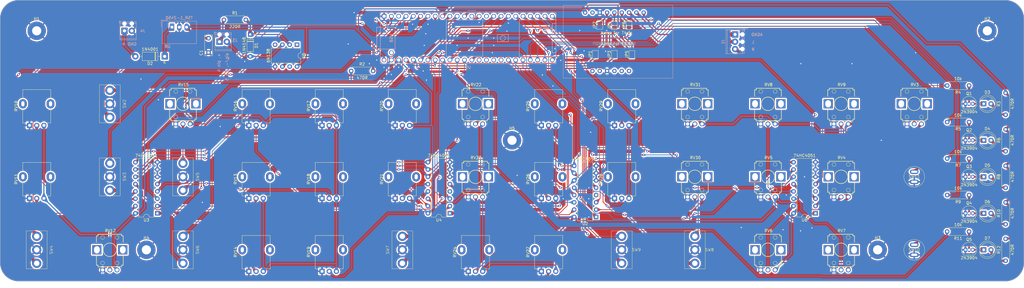
<source format=kicad_pcb>
(kicad_pcb (version 20221018) (generator pcbnew)
  (layers (0 "F.Cu" signal) (31 "B.Cu" signal) (34 "B.Paste" user) (35 "F.Paste" user) (36 "B.SilkS" user "B.Silkscreen") (37 "F.SilkS" user "F.Silkscreen") (38 "B.Mask" user) (39 "F.Mask" user) (44 "Edge.Cuts" user))
  (net 0 "")
  (net 1 "Net-(U9-2_OUT2)")
  (net 2 "Net-(U9-3_LRCLK2)")
  (net 3 "/muxControl0")
  (net 4 "/muxControl1")
  (net 5 "/muxControl2")
  (net 6 "Net-(U9-4_BCLK2)")
  (net 7 "Net-(U9-5_IN2)")
  (net 8 "Net-(U9-6_OUT1D)")
  (net 9 "Net-(U9-8_TX2_IN1)")
  (net 10 "Net-(U9-10_CS_MQSR)")
  (net 11 "Net-(U9-12_MISO_MQSL)")
  (net 12 "Net-(U9-24_A10_TX6_SCL2)")
  (net 13 "Net-(U9-25_A11_RX6_SDA2)")
  (net 14 "Net-(U9-26_A12_MOSI1)")
  (net 15 "/muxPots0")
  (net 16 "/muxPots1")
  (net 17 "/muxPots2")
  (net 18 "/muxPots3")
  (net 27 "/lfoARate")
  (net 28 "/lfoADec")
  (net 29 "/lfoAAtt")
  (net 30 "GND")
  (net 31 "/lfoADepth")
  (net 32 "/filtAtt")
  (net 33 "/filtDec")
  (net 34 "/filtEnvAm")
  (net 35 "+3.3V")
  (net 36 "/tuneC")
  (net 37 "/VCOAVol")
  (net 38 "/VCOBVol")
  (net 39 "/crossMod")
  (net 40 "/tuneB")
  (net 41 "/mainVol")
  (net 42 "/bend")
  (net 43 "/shapeC")
  (net 44 "/envAtt")
  (net 45 "/envSus")
  (net 46 "/lfoBdepth")
  (net 47 "/envDec")
  (net 48 "/res")
  (net 49 "/VCOCVol")
  (net 50 "/SubVol")
  (net 51 "/cut")
  (net 55 "/revSize")
  (net 57 "/preset")
  (net 58 "/revMix")
  (net 59 "/lfoBRate")
  (net 60 "/dlyAmt")
  (net 61 "/dlyTime")
  (net 68 "Net-(D1-K)")
  (net 69 "/sink")
  (net 70 "/source")
  (net 71 "/LOut")
  (net 72 "/AGndOut")
  (net 73 "/ROut")
  (net 74 "/midiIn")
  (net 75 "+5V")
  (net 76 "Net-(D3-K)")
  (net 77 "Net-(D3-A)")
  (net 78 "Net-(D4-K)")
  (net 79 "Net-(D4-A)")
  (net 80 "Net-(D5-K)")
  (net 81 "Net-(D5-A)")
  (net 82 "Net-(D6-K)")
  (net 83 "Net-(D6-A)")
  (net 84 "Net-(D7-K)")
  (net 85 "Net-(D7-A)")
  (net 86 "Net-(Q1-B)")
  (net 87 "Net-(Q2-B)")
  (net 88 "Net-(Q3-B)")
  (net 89 "Net-(Q4-B)")
  (net 90 "Net-(Q5-B)")
  (net 91 "/preset1")
  (net 92 "/preset2")
  (net 93 "/preset3")
  (net 94 "/preset4")
  (net 95 "/preset5")
  (net 97 "/27")
  (net 98 "/28")
  (net 99 "/29")
  (net 100 "/30")
  (net 101 "/saveButton")
  (net 102 "/resetButton")
  (net 104 "/WCLK3_6")
  (net 105 "Net-(JP1-B)")
  (net 106 "/WCLK4_1")
  (net 107 "/DIN3_6")
  (net 108 "Net-(JP3-B)")
  (net 109 "/DIN4_1")
  (net 110 "/BCLK3_6")
  (net 111 "Net-(JP5-B)")
  (net 112 "/BCLK4_1")
  (net 113 "Net-(D2-K)")
  (net 114 "Net-(D2-A)")
  (net 115 "/to19")
  (footprint "Resistor_THT:R_Axial_DIN0207_L6.3mm_D2.5mm_P7.62mm_Horizontal" (layer "F.Cu") (at 425.45 260.35 180)
    (fp_text reference "R5")
    (fp_text value "10k")
  )
  (footprint "Package_DIP:DIP-16_W7.62mm" (layer "F.Cu") (at 245.11 292.1 180)
    (fp_text reference "U4")
    (fp_text value "74HC4051")
  )
  (footprint "footprints:R0904N_newholes" (layer "F.Cu") (at 406.4 254)
    (fp_text reference "RV3")
    (fp_text value "presetKnob")
  )
  (footprint "footprints:miniToggle" (layer "F.Cu") (at 152.4 279.4)
    (fp_text reference "SW5")
    (fp_text value "octB")
  )
  (footprint "footprints:R0904N_newholes" (layer "F.Cu") (at 330.2 254)
    (fp_text reference "RV31")
    (fp_text value "lfoAAttKnob")
  )
  (footprint "Resistor_THT:R_Axial_DIN0207_L6.3mm_D2.5mm_P7.62mm_Horizontal" (layer "F.Cu") (at 438.15 308.61 90)
    (fp_text reference "R12")
    (fp_text value "470R")
  )
  (footprint "footprints:miniToggle" (layer "F.Cu") (at 304.8 304.8)
    (fp_text reference "SW9")
    (fp_text value "LFOShape")
  )
  (footprint "Package_DIP:DIP-16_W7.62mm" (layer "F.Cu") (at 372.11 292.1 180)
    (fp_text reference "U6")
    (fp_text value "74HC4051")
  )
  (footprint "footprints:pushButtonEuro" (layer "F.Cu") (at 406.4 279.4)
    (fp_text reference "SW11")
    (fp_text value "save")
  )
  (footprint "Package_TO_SOT_THT:TO-92_Inline" (layer "F.Cu") (at 424.18 254)
    (fp_text reference "Q1")
    (fp_text value "2N3904")
  )
  (footprint "footprints:alphaPot_Centred" (layer "F.Cu") (at 177.8 279.4 90)
    (fp_text reference "RV13")
    (fp_text value "bTunePot")
  )
  (footprint "Package_TO_SOT_THT:TO-92_Inline" (layer "F.Cu") (at 424.18 292.1)
    (fp_text reference "Q4")
    (fp_text value "2N3904")
  )
  (footprint "footprints:R0904N_newholes" (layer "F.Cu") (at 381 279.4)
    (fp_text reference "RV4")
    (fp_text value "revMixKnob")
  )
  (footprint "Resistor_THT:R_Axial_DIN0207_L6.3mm_D2.5mm_P7.62mm_Horizontal" (layer "F.Cu") (at 166.624 224.79)
    (fp_text reference "R1")
    (fp_text value "220R")
  )
  (footprint "footprints:alphaPot_Centred" (layer "F.Cu") (at 177.8 304.8 90)
    (fp_text reference "RV14")
    (fp_text value "cTunePot")
  )
  (footprint "Package_TO_SOT_THT:TO-92_Inline" (layer "F.Cu") (at 424.18 266.7)
    (fp_text reference "Q2")
    (fp_text value "2N3904")
  )
  (footprint "footprints:miniToggle" (layer "F.Cu") (at 228.6 304.8)
    (fp_text reference "SW7")
    (fp_text value "filterMode")
  )
  (footprint "footprints:R0904N_newholes" (layer "F.Cu") (at 254 279.4)
    (fp_text reference "RV23")
    (fp_text value "fReleaseKnob")
  )
  (footprint "Capacitor_THT:C_Disc_D7.0mm_W2.5mm_P5.00mm" (layer "F.Cu") (at 161.29 231.18 -90)
    (fp_text reference "C1")
    (fp_text value "1uF")
  )
  (footprint "Jumper:SolderJumper-2_P1.3mm_Open_Pad1.0x1.5mm" (layer "F.Cu") (at 295.65 236.84 90)
    (fp_text reference "JP1")
    (fp_text value "WCLK3.6")
  )
  (footprint "footprints:alphaPot_Centred" (layer "F.Cu") (at 203.2 279.4 90)
    (fp_text reference "RV18")
    (fp_text value "bVolPot")
  )
  (footprint "footprints:R0904N_newholes" (layer "F.Cu") (at 355.6 254)
    (fp_text reference "RV8")
    (fp_text value "lfoBRateKnob")
  )
  (footprint "MountingHole:MountingHole_3.2mm_M3_Pad" (layer "F.Cu") (at 393.7 304.8)
    (fp_text reference "H3")
    (fp_text value "MountingHole_Pad")
  )
  (footprint "footprints:miniToggle" (layer "F.Cu") (at 330.2 304.8)
    (fp_text reference "SW8")
    (fp_text value "LFOdest")
  )
  (footprint "footprints:alphaPot_Centred" (layer "F.Cu") (at 254 304.8 90)
    (fp_text reference "RV24")
    (fp_text value "filterEnvAmtPot")
  )
  (footprint "MountingHole:MountingHole_3.2mm_M3_Pad" (layer "F.Cu") (at 431.8 228.6)
    (fp_text reference "H2")
    (fp_text value "MountingHole_Pad")
  )
  (footprint "footprints:pushButtonEuro" (layer "F.Cu") (at 406.4 304.8)
    (fp_text reference "SW10")
    (fp_text value "reset")
  )
  (footprint "Resistor_THT:R_Axial_DIN0207_L6.3mm_D2.5mm_P7.62mm_Horizontal" (layer "F.Cu") (at 425.45 273.05 180)
    (fp_text reference "R7")
    (fp_text value "10k")
  )
  (footprint "Jumper:SolderJumper-2_P1.3mm_Open_Pad1.0x1.5mm" (layer "F.Cu") (at 297.18 226.68 90)
    (fp_text reference "JP2")
    (fp_text value "WCLK4.1")
  )
  (footprint "Resistor_THT:R_Axial_DIN0207_L6.3mm_D2.5mm_P7.62mm_Horizontal" (layer "F.Cu") (at 438.15 257.81 90)
    (fp_text reference "R3")
    (fp_text value "470R")
  )
  (footprint "LED_THT:LED_D5.0mm_FlatTop" (layer "F.Cu") (at 430.53 254)
    (fp_text reference "D3")
    (fp_text value "LED1")
  )
  (footprint "footprints:R0904N_newholes" (layer "F.Cu") (at 254 254)
    (fp_text reference "RV22")
    (fp_text value "fAttknob")
  )
  (footprint "footprints:R0904N_newholes" (layer "F.Cu") (at 127 304.8)
    (fp_text reference "RV12")
    (fp_text value "cWaveKnob")
  )
  (footprint "Package_DIP:DIP-8_W7.62mm" (layer "F.Cu") (at 192.014 233.436 -90)
    (fp_text reference "U5")
    (fp_text value "6N138")
  )
  (footprint "Resistor_THT:R_Axial_DIN0207_L6.3mm_D2.5mm_P7.62mm_Horizontal" (layer "F.Cu") (at 438.15 295.91 90)
    (fp_text reference "R10")
    (fp_text value "470R")
  )
  (footprint "footprints:alphaPot_Centred" (layer "F.Cu") (at 279.4 304.8 90)
    (fp_text reference "RV27")
    (fp_text value "susPot")
  )
  (footprint "Package_DIP:DIP-16_W7.62mm" (layer "F.Cu") (at 295.91 293.37 180)
    (fp_text reference "U2")
    (fp_text value "74HC4051")
  )
  (footprint "footprints:R0904N_newholes" (layer "F.Cu") (at 381 254)
    (fp_text reference "RV9")
    (fp_text value "lfoBDepthKnob")
  )
  (footprint "Resistor_THT:R_Axial_DIN0207_L6.3mm_D2.5mm_P7.62mm_Horizontal" (layer "F.Cu") (at 425.45 285.75 180)
    (fp_text reference "R9")
    (fp_text value "10k")
  )
  (footprint "LED_THT:LED_D5.0mm_FlatTop" (layer "F.Cu") (at 430.53 266.7)
    (fp_text reference "D4")
    (fp_text value "LED2")
  )
  (footprint "Jumper:SolderJumper-2_P1.3mm_Open_Pad1.0x1.5mm" (layer "F.Cu") (at 302.26 236.84 90)
    (fp_text reference "JP3")
    (fp_text value "DIN3.6")
  )
  (footprint "LED_THT:LED_D5.0mm_FlatTop" (layer "F.Cu") (at 430.53 292.1)
    (fp_text reference "D6")
    (fp_text value "LED4")
  )
  (footprint "footprints:alphaPot_Centred" (layer "F.Cu") (at 279.4 254 90)
    (fp_text reference "RV25")
    (fp_text value "attPot")
  )
  (footprint "footprints:alphaPot_Centred" (layer "F.Cu") (at 101.6 254 90)
    (fp_text reference "RV10")
    (fp_text value "volPot")
  )
  (footprint "Diode_THT:D_DO-41_SOD81_P10.16mm_Horizontal" (layer "F.Cu") (at 146.05 237.49 180)
    (fp_text reference "D2")
    (fp_text value "1N4001")
  )
  (footprint "MountingHole:MountingHole_3.2mm_M3_Pad" (layer "F.Cu") (at 139.7 304.8)
    (fp_text reference "H4")
    (fp_text value "MountingHole_Pad")
  )
  (footprint "footprints:alphaPot_Centred" (layer "F.Cu") (at 177.8 254 90)
    (fp_text reference "RV16")
    (fp_text value "subVolPot")
  )
  (footprint "MountingHole:MountingHole_3.2mm_M3_Pad" (layer "F.Cu") (at 266.7 266.7)
    (fp_text reference "H5")
    (fp_text value "MountingHole_Pad")
  )
  (footprint "Resistor_THT:R_Axial_DIN0207_L6.3mm_D2.5mm_P7.62mm_Horizontal" (layer "F.Cu") (at 210.82 242.57)
    (fp_text reference "R2")
    (fp_text value "470R")
  )
  (footprint "Resistor_THT:R_Axial_DIN0207_L6.3mm_D2.5mm_P7.62mm_Horizontal" (layer "F.Cu") (at 438.15 283.21 90)
    (fp_text reference "R8")
    (fp_text value "470R")
  )
  (footprint "footprints:alphaPot_Centred" (layer "F.Cu") (at 228.6 254 90)
    (fp_text reference "RV20")
    (fp_text value "filterFpot")
  )
  (footprint "Resistor_THT:R_Axial_DIN0207_L6.3mm_D2.5mm_P7.62mm_Horizontal" (layer "F.Cu") (at 425.45 298.45 180)
    (fp_text reference "R11")
    (fp_text value "10k")
  )
  (footprint "footprints:alphaPot_Centred" (layer "F.Cu") (at 304.8 279.4 90)
    (fp_text reference "RV28")
    (fp_text value "lfoADepthPot")
  )
  (footprint "Package_TO_SOT_THT:TO-92_Inline" (layer "F.Cu") (at 424.18 304.8)
    (fp_text reference "Q5")
    (fp_text value "2N3904")
  )
  (footprint "LED_THT:LED_D5.0mm_FlatTop" (layer "F.Cu") (at 430.53 304.8)
    (fp_text reference "D7")
    (fp_text value "LED5")
  )
  (footprint "Jumper:SolderJumper-2_P1.3mm_Open_Pad1.0x1.5mm" (layer "F.Cu") (at 302.26 226.71 90)
    (fp_text reference "JP4")
    (fp_text value "DIN4.1")
  )
  (footprint "Jumper:SolderJumper-2_P1.3mm_Open_Pad1.0x1.5mm" (layer "F.Cu") (at 308.35 236.87 90)
    (fp_text reference "JP5")
    (fp_text value "BCLK3.6")
  )
  (footprint "footprints:R0904N_newholes" (layer "F.Cu") (at 381 304.8)
    (fp_text reference "RV7")
    (fp_text value "dlyMixKnob")
  )
  (footprint "footprints:miniToggle" (layer "F.Cu") (at 127 279.4)
    (fp_text reference "SW3")
    (fp_text value "shapeB")
  )
  (footprint "footprints:miniToggle" (layer "F.Cu") (at 127 254)
    (fp_text reference "SW2")
    (fp_text value "shapeA")
  )
  (footprint "footprints:alphaPot_Centred" (layer "F.Cu") (at 304.8 254 90)
    (fp_text reference "RV29")
    (fp_text value "lfoAFreqPot")
  )
  (footprint "footprints:R0904N_newholes" (layer "F.Cu") (at 355.6 279.4)
    (fp_text reference "RV5")
    (fp_text value "revSizeKnob")
  )
  (footprint "footprints:alphaPot_Centred" (layer "F.Cu") (at 279.4 279.4 90)
    (fp_text reference "RV26")
    (fp_text value "decPot")
  )
  (footprint "Jumper:SolderJumper-2_P1.3mm_Open_Pad1.0x1.5mm" (layer "F.Cu") (at 307.34 226.71 90)
    (fp_text reference "JP6")
    (fp_text value "BCLK4.1")
  )
  (footprint "footprints:R0904N_newholes" (layer "F.Cu") (at 355.6 304.8)
    (fp_text reference "RV6")
    (fp_text value "dlyTimeKnob")
  )
  (footprint "Diode_THT:D_DO-35_SOD27_P7.62mm_Horizontal" (layer "F.Cu") (at 175.768 229.87 -90)
    (fp_text reference "D1")
    (fp_text value "1N4148")
  )
  (footprint "Package_DIP:DIP-16_W7.62mm" (layer "F.Cu") (at 143.51 292.1 180)
    (fp_text reference "U3")
    (fp_text value "74HC4051")
  )
  (footprint "Resistor_THT:R_Axial_DIN0207_L6.3mm_D2.5mm_P7.62mm_Horizontal" (layer "F.Cu") (at 438.15 270.51 90)
    (fp_text reference "R6")
    (fp_text value "470R")
  )
  (footprint "footprints:alphaPot_Centred" (layer "F.Cu") (at 203.2 304.8 90)
    (fp_text reference "RV19")
    (fp_text value "cVolPot")
  )
  (footprint "MountingHole:MountingHole_3.2mm_M3_Pad" (layer "F.Cu") (at 101.6 228.6)
    (fp_text reference "H1")
    (fp_text value "MountingHole_Pad")
  )
  (footprint "LED_THT:LED_D5.0mm_FlatTop" (layer "F.Cu") (at 430.53 279.4)
    (fp_text reference "D5")
    (fp_text value "LED3")
  )
  (footprint "footprints:R0904N_newholes" (layer "F.Cu") (at 330.2 279.4)
    (fp_text reference "RV30")
    (fp_text value "lfoADecKnob")
  )
  (footprint "footprints:alphaPot_Centred" (layer "F.Cu") (at 228.6 279.4 90)
    (fp_text reference "RV21")
    (fp_text value "filterResPot")
  )
  (footprint "footprints:alphaPot_Centred" (layer "F.Cu") (at 203.2 254 90)
    (fp_text reference "RV17")
    (fp_text value "aVolPot")
  )
  (footprint "footprints:miniToggle" (layer "F.Cu") (at 152.4 304.8)
    (fp_text reference "SW6")
    (fp_text value "octC")
  )
  (footprint "footprints:alphaPot_Centred" (layer "F.Cu") (at 101.6 279.4 90)
    (fp_text reference "RV11")
    (fp_text value "bendPot")
  )
  (footprint "Package_TO_SOT_THT:TO-92_Inline" (layer "F.Cu") (at 424.18 279.4)
    (fp_text reference "Q3")
    (fp_text value "2N3904")
  )
  (footprint "footprints:miniToggle" (layer "F.Cu") (at 101.6 304.8)
    (fp_text reference "SW4")
    (fp_text value "mainOctave")
  )
  (footprint "Resistor_THT:R_Axial_DIN0207_L6.3mm_D2.5mm_P7.62mm_Horizontal" (layer "F.Cu") (at 425.45 247.65 180)
    (fp_text reference "R4")
    (fp_text value "10k")
  )
  (footprint "footprints:R0904N_newholes" (layer "F.Cu") (at 152.4 254)
    (fp_text reference "RV15")
    (fp_text value "modKnob")
  )
  (footprint "TerminalBlock_Phoenix:TerminalBlock_Phoenix_MPT-0,5-2-2.54_1x02_P2.54mm_Horizontal" (layer "B.Cu") (at 132.08 228.6)
    (fp_text reference "J4")
    (fp_text value "powerHeader")
  )
  (footprint "TerminalBlock_Phoenix:TerminalBlock_Phoenix_MPT-0,5-2-2.54_1x02_P2.54mm_Horizontal" (layer "B.Cu") (at 165.1 232.41)
    (fp_text reference "J3")
    (fp_text value "midiHeader")
  )
  (footprint "Converter_DCDC:Converter_DCDC_TRACO_TSR-1_THT" (layer "B.Cu") (at 148.59 227.33)
    (fp_text reference "U8")
    (fp_text value "TSR_1-2450")
  )
  (footprint "footprints:1334ABreakout" (layer "B.Cu") (at 302.26 229.87)
    (fp_text reference "U7")
    (fp_text value "~")
  )
  (footprint "TerminalBlock_Phoenix:TerminalBlock_Phoenix_MPT-0,5-3-2.54_1x03_P2.54mm_Horizontal" (layer "B.Cu") (at 344.17 229.87 -90)
    (fp_text reference "J1")
    (fp_text value "lineOutHeader")
  )
  (footprint "footprints:Teensy41" (layer "B.Cu") (at 251.46 231.14)
    (fp_text reference "U9")
    (fp_text value "Teensy4.1")
  )
  (gr_line (start 88.9 224.282) (end 88.9 309.372) (stroke (width 0.1)) (layer "Edge.Cuts"))
  (gr_line (start 95.25 315.722) (end 438.15 315.722) (stroke (width 0.1)) (layer "Edge.Cuts"))
  (gr_arc (start 444.5 309.372) (mid 442.640128 313.862128) (end 438.15 315.722) (stroke (width 0.1)) (layer "Edge.Cuts"))
  (gr_line (start 438.15 217.932) (end 95.25 217.932) (stroke (width 0.1)) (layer "Edge.Cuts"))
  (gr_arc (start 95.25 315.722) (mid 90.759872 313.862128) (end 88.9 309.372) (stroke (width 0.1)) (layer "Edge.Cuts"))
  (gr_arc (start 438.15 217.932) (mid 442.640128 219.791872) (end 444.5 224.282) (stroke (width 0.1)) (layer "Edge.Cuts"))
  (gr_line (start 444.5 309.372) (end 444.5 224.282) (stroke (width 0.1)) (layer "Edge.Cuts"))
  (gr_arc (start 88.9 224.282) (mid 90.759872 219.791872) (end 95.25 217.932) (stroke (width 0.1)) (layer "Edge.Cuts"))
  (gr_text "+, pin 4" (at 165.481 236.347 90) (layer "B.SilkS") (effects (font (size 1 1)) (justify left bottom mirror)))
  (gr_text "GND" (at 136.398 233.807) (layer "B.SilkS") (effects (font (size 1 1)) (justify left bottom mirror)))
  (gr_text "+" (at 132.842 233.934) (layer "B.SilkS") (effects (font (size 1.5 1.5)) (justify left bottom mirror)))
  (gr_text "AGND\n" (at 353.822 230.505) (layer "B.SilkS") (effects (font (size 1 1)) (justify left bottom mirror)))
  (gr_text "R\n" (at 351.028 235.712) (layer "B.SilkS") (effects (font (size 1 1)) (justify left bottom mirror)))
  (gr_text "L" (at 350.901 233.045) (layer "B.SilkS") (effects (font (size 1 1)) (justify left bottom mirror)))
  (gr_text "sig/-, pin 5\n" (at 168.275 236.22 90) (layer "B.SilkS") (effects (font (size 1 1)) (justify left bottom mirror)))
  (gr_text "Jump for T4.1:" (at 297.18 229.87) (layer "F.SilkS") (effects (font (size 1 1)) (justify left bottom)))
  (gr_text "Jump for T3.6:" (at 297.18 233.68) (layer "F.SilkS") (effects (font (size 1 1)) (justify left bottom)))
  (segment (start 127 258.7) (end 125.067 256.767) (width 0.25) (layer "F.Cu") (net 1))
  (segment (start 125.067 248.313) (end 133.477 239.903) (width 0.25) (layer "F.Cu") (net 1))
  (segment (start 125.067 256.767) (end 125.067 248.313) (width 0.25) (layer "F.Cu") (net 1))
  (segment (start 168.275 239.903) (end 184.658 223.52) (width 0.25) (layer "F.Cu") (net 1))
  (segment (start 184.658 223.52) (end 219.71 223.52) (width 0.25) (layer "F.Cu") (net 1))
  (segment (start 133.477 239.903) (end 168.275 239.903) (width 0.25) (layer "F.Cu") (net 1))
  (segment (start 219.71 223.52) (end 222.25 226.06) (width 0.25) (layer "F.Cu") (net 1))
  (via (at 222.25 226.06) (size 0.8) (drill 0.4) (layers "F.Cu" "B.Cu") (net 1))
  (segment (start 222.25 226.06) (end 227.33 226.06) (width 0.25) (layer "B.Cu") (net 1))
  (segment (start 227.33 226.06) (end 229.87 223.52) (width 0.25) (layer "B.Cu") (net 1))
  (segment (start 185.42 224.79) (end 219.71 224.79) (width 0.25) (layer "F.Cu") (net 2))
  (segment (start 127 249.3) (end 160.91 249.3) (width 0.25) (layer "F.Cu") (net 2))
  (segment (start 160.91 249.3) (end 185.42 224.79) (width 0.25) (layer "F.Cu") (net 2))
  (via (at 219.71 224.79) (size 0.8) (drill 0.4) (layers "F.Cu" "B.Cu") (net 2))
  (segment (start 229.87 228.6) (end 229.87 226.06) (width 0.25) (layer "B.Cu") (net 2))
  (segment (start 219.71 224.79) (end 223.52 228.6) (width 0.25) (layer "B.Cu") (net 2))
  (segment (start 223.52 228.6) (end 229.87 228.6) (width 0.25) (layer "B.Cu") (net 2))
  (segment (start 229.87 226.06) (end 232.41 223.52) (width 0.25) (layer "B.Cu") (net 2))
  (segment (start 223.52 276.86) (end 204.47 257.81) (width 0.25) (layer "F.Cu") (net 3))
  (segment (start 261.62 279.924) (end 261.62 278.13) (width 0.25) (layer "F.Cu") (net 3))
  (segment (start 325.644 283.21) (end 330.2 283.21) (width 0.25) (layer "F.Cu") (net 3))
  (segment (start 345.44 284.48) (end 355.6 284.48) (width 0.25) (layer "F.Cu") (net 3))
  (segment (start 247.65 273.05) (end 243.84 273.05) (width 0.25) (layer "F.Cu") (net 3))
  (segment (start 140.97 275.59) (end 137.16 279.4) (width 0.25) (layer "F.Cu") (net 3))
  (segment (start 167.64 266.7) (end 161.29 273.05) (width 0.25) (layer "F.Cu") (net 3))
  (segment (start 355.6 284.48) (end 356.87 283.21) (width 0.25) (layer "F.Cu") (net 3))
  (segment (start 344.17 283.21) (end 345.44 284.48) (width 0.25) (layer "F.Cu") (net 3))
  (segment (start 260.35 276.86) (end 251.46 276.86) (width 0.25) (layer "F.Cu") (net 3))
  (segment (start 282.194 281.94) (end 263.636 281.94) (width 0.25) (layer "F.Cu") (net 3))
  (segment (start 161.29 273.05) (end 160.02 273.05) (width 0.25) (layer "F.Cu") (net 3))
  (segment (start 191.77 266.7) (end 167.64 266.7) (width 0.25) (layer "F.Cu") (net 3))
  (segment (start 204.47 257.81) (end 200.66 257.81) (width 0.25) (layer "F.Cu") (net 3))
  (segment (start 251.46 276.86) (end 247.65 273.05) (width 0.25) (layer "F.Cu") (net 3))
  (segment (start 315.484 273.05) (end 325.644 283.21) (width 0.25) (layer "F.Cu") (net 3))
  (segment (start 283.464 283.21) (end 282.194 281.94) (width 0.25) (layer "F.Cu") (net 3))
  (segment (start 261.62 278.13) (end 260.35 276.86) (width 0.25) (layer "F.Cu") (net 3))
  (segment (start 227.33 276.86) (end 223.52 276.86) (width 0.25) (layer "F.Cu") (net 3))
  (segment (start 263.636 281.94) (end 261.62 279.924) (width 0.25) (layer "F.Cu") (net 3))
  (segment (start 200.66 257.81) (end 191.77 266.7) (width 0.25) (layer "F.Cu") (net 3))
  (segment (start 137.16 279.4) (end 135.89 279.4) (width 0.25) (layer "F.Cu") (net 3))
  (segment (start 243.84 273.05) (end 237.49 279.4) (width 0.25) (layer "F.Cu") (net 3))
  (segment (start 295.91 273.05) (end 315.484 273.05) (width 0.25) (layer "F.Cu") (net 3))
  (via (at 356.87 283.21) (size 0.8) (drill 0.4) (layers "F.Cu" "B.Cu") (net 3))
  (via (at 295.91 273.05) (size 0.8) (drill 0.4) (layers "F.Cu" "B.Cu") (net 3))
  (via (at 160.02 273.05) (size 0.8) (drill 0.4) (layers "F.Cu" "B.Cu") (net 3))
  (via (at 283.464 283.21) (size 0.8) (drill 0.4) (layers "F.Cu" "B.Cu") (net 3))
  (via (at 140.97 275.59) (size 0.8) (drill 0.4) (layers "F.Cu" "B.Cu") (net 3))
  (via (at 344.17 283.21) (size 0.8) (drill 0.4) (layers "F.Cu" "B.Cu") (net 3))
  (via (at 227.33 276.86) (size 0.8) (drill 0.4) (layers "F.Cu" "B.Cu") (net 3))
  (via (at 330.2 283.21) (size 0.8) (drill 0.4) (layers "F.Cu" "B.Cu") (net 3))
  (segment (start 159.737 272.767) (end 142.523 272.767) (width 0.25) (layer "B.Cu") (net 3))
  (segment (start 237.49 279.4) (end 234.95 276.86) (width 0.25) (layer "B.Cu") (net 3))
  (segment (start 290.01 278.95) (end 295.91 273.05) (width 0.25) (layer "B.Cu") (net 3))
  (segment (start 290.01 278.95) (end 288.29 280.67) (width 0.25) (layer "B.Cu") (net 3))
  (segment (start 356.87 283.21) (end 360.68 283.21) (width 0.25) (layer "B.Cu") (net 3))
  (segment (start 281.265 252.055) (end 285.075 252.055) (width 0.25) (layer "B.Cu") (net 3))
  (segment (start 234.95 276.86) (end 227.33 276.86) (width 0.25) (layer "B.Cu") (net 3))
  (segment (start 330.2 283.21) (end 344.17 283.21) (width 0.25) (layer "B.Cu") (net 3))
  (segment (start 289.56 278.5) (end 290.01 278.95) (width 0.25) (layer "B.Cu") (net 3))
  (segment (start 140.97 274.32) (end 140.97 275.59) (width 0.25) (layer "B.Cu") (net 3))
  (segment (start 270.51 241.3) (end 281.265 252.055) (width 0.25) (layer "B.Cu") (net 3))
  (segment (start 289.56 256.54) (end 289.56 278.5) (width 0.25) (layer "B.Cu") (net 3))
  (segment (start 360.68 283.21) (end 364.49 279.4) (width 0.25) (layer "B.Cu") (net 3))
  (segment (start 270.51 238.76) (end 270.51 241.3) (width 0.25) (layer "B.Cu") (net 3))
  (segment (start 160.02 273.05) (end 159.737 272.767) (width 0.25) (layer "B.Cu") (net 3))
  (segment (start 285.75 283.21) (end 288.29 280.67) (width 0.25) (layer "B.Cu") (net 3))
  (segment (start 142.523 272.767) (end 140.97 274.32) (width 0.25) (layer "B.Cu") (net 3))
  (segment (start 285.075 252.055) (end 289.56 256.54) (width 0.25) (layer "B.Cu") (net 3))
  (segment (start 283.464 283.21) (end 285.75 283.21) (width 0.25) (layer "B.Cu") (net 3))
  (segment (start 137.16 276.86) (end 142.24 271.78) (width 0.25) (layer "F.Cu") (net 4))
  (segment (start 288.29 278.13) (end 287.165 277.005) (width 0.25) (layer "F.Cu") (net 4))
  (segment (start 351.79 283.21) (end 353.143 283.21) (width 0.25) (layer "F.Cu") (net 4))
  (segment (start 280.739 274.77) (end 250.64 274.77) (width 0.25) (layer "F.Cu") (net 4))
  (segment (start 199.39 257.81) (end 200.21 256.99) (width 0.25) (layer "F.Cu") (net 4))
  (segment (start 223.07 275.59) (end 227.33 275.59) (width 0.25) (layer "F.Cu") (net 4))
  (segment (start 135.89 276.86) (end 137.16 276.86) (width 0.25) (layer "F.Cu") (net 4))
  (segment (start 238.76 276.86) (end 237.49 276.86) (width 0.25) (layer "F.Cu") (net 4))
  (segment (start 204.47 256.99) (end 223.07 275.59) (width 0.25) (layer "F.Cu") (net 4))
  (segment (start 290.4755 280.3155) (end 290.4755 287.02) (width 0.25) (layer "F.Cu") (net 4))
  (segment (start 353.143 283.21) (end 354.496 281.857) (width 0.25) (layer "F.Cu") (net 4))
  (segment (start 165.92 265.88) (end 191.32 265.88) (width 0.25) (layer "F.Cu") (net 4))
  (segment (start 287.165 257.955) (end 287.02 257.81) (width 0.25) (layer "F.Cu") (net 4))
  (segment (start 250.64 274.77) (end 247.65 271.78) (width 0.25) (layer "F.Cu") (net 4))
  (segment (start 354.496 281.857) (end 361.867 281.857) (width 0.25) (layer "F.Cu") (net 4))
  (segment (start 243.84 271.78) (end 238.76 276.86) (width 0.25) (layer "F.Cu") (net 4))
  (segment (start 328.4595 293.8405) (end 330.2 292.1) (width 0.25) (layer "F.Cu") (net 4))
  (segment (start 282.829 276.86) (end 280.739 274.77) (width 0.25) (layer "F.Cu") (net 4))
  (segment (start 247.65 271.78) (end 243.84 271.78) (width 0.25) (layer "F.Cu") (net 4))
  (segment (start 326.39 293.8405) (end 328.4595 293.8405) (width 0.25) (layer "F.Cu") (net 4))
  (segment (start 363.365 277.985) (end 364.49 276.86) (width 0.25) (layer "F.Cu") (net 4))
  (segment (start 288.29 278.13) (end 290.4755 280.3155) (width 0.25) (layer "F.Cu") (net 4))
  (segment (start 191.32 265.88) (end 199.39 257.81) (width 0.25) (layer "F.Cu") (net 4))
  (segment (start 287.165 277.005) (end 287.165 257.955) (width 0.25) (layer "F.Cu") (net 4))
  (segment (start 160.02 271.78) (end 165.92 265.88) (width 0.25) (layer "F.Cu") (net 4))
  (segment (start 361.867 281.857) (end 363.365 280.359) (width 0.25) (layer "F.Cu") (net 4))
  (segment (start 200.21 256.99) (end 204.47 256.99) (width 0.25) (layer "F.Cu") (net 4))
  (segment (start 363.365 280.359) (end 363.365 277.985) (width 0.25) (layer "F.Cu") (net 4))
  (via (at 290.4755 287.02) (size 0.8) (drill 0.4) (layers "F.Cu" "B.Cu") (net 4))
  (via (at 142.24 271.78) (size 0.8) (drill 0.4) (layers "F.Cu" "B.Cu") (net 4))
  (via (at 326.39 293.8405) (size 0.8) (drill 0.4) (layers "F.Cu" "B.Cu") (net 4))
  (via (at 287.02 257.81) (size 0.8) (drill 0.4) (layers "F.Cu" "B.Cu") (net 4))
  (via (at 330.2 292.1) (size 0.8) (drill 0.4) (layers "F.Cu" "B.Cu") (net 4))
  (via (at 351.79 283.21) (size 0.8) (drill 0.4) (layers "F.Cu" "B.Cu") (net 4))
  (via (at 282.829 276.86) (size 0.8) (drill 0.4) (layers "F.Cu" "B.Cu") (net 4))
  (via (at 227.33 275.59) (size 0.8) (drill 0.4) (layers "F.Cu" "B.Cu") (net 4))
  (via (at 160.02 271.78) (size 0.8) (drill 0.4) (layers "F.Cu" "B.Cu") (net 4))
  (segment (start 290.4755 287.02) (end 295.5555 292.1) (width 0.25) (layer "B.Cu") (net 4))
  (segment (start 326.1155 294.115) (end 326.39 293.8405) (width 0.25) (layer "B.Cu") (net 4))
  (segment (start 142.24 271.78) (end 160.02 271.78) (width 0.25) (layer "B.Cu") (net 4))
  (segment (start 236.22 275.59) (end 237.49 276.86) (width 0.25) (layer "B.Cu") (net 4))
  (segment (start 285.24005 257.683) (end 267.97 240.41295) (width 0.25) (layer "B.Cu") (net 4))
  (segment (start 285.369 257.81) (end 285.242 257.683) (width 0.25) (layer "B.Cu") (net 4))
  (segment (start 302.116 294.115) (end 326.1155 294.115) (width 0.25) (layer "B.Cu") (net 4))
  (segment (start 287.02 276.86) (end 288.29 278.13) (width 0.25) (layer "B.Cu") (net 4))
  (segment (start 282.829 276.86) (end 287.02 276.86) (width 0.25) (layer "B.Cu") (net 4))
  (segment (start 227.33 275.59) (end 236.22 275.59) (width 0.25) (layer "B.Cu") (net 4))
  (segment (start 330.2 292.1) (end 336.55 292.1) (width 0.25) (layer "B.Cu") (net 4))
  (segment (start 300.101 292.1) (end 302.116 294.115) (width 0.25) (layer "B.Cu") (net 4))
  (segment (start 285.242 257.683) (end 285.24005 257.683) (width 0.25) (layer "B.Cu") (net 4))
  (segment (start 287.02 257.81) (end 285.369 257.81) (width 0.25) (layer "B.Cu") (net 4))
  (segment (start 345.44 283.21) (end 336.55 292.1) (width 0.25) (layer "B.Cu") (net 4))
  (segment (start 267.97 240.41295) (end 267.97 238.76) (width 0.25) (layer "B.Cu") (net 4))
  (segment (start 351.79 283.21) (end 345.44 283.21) (width 0.25) (layer "B.Cu") (net 4))
  (segment (start 295.5555 292.1) (end 300.101 292.1) (width 0.25) (layer "B.Cu") (net 4))
  (segment (start 142.24 270.51) (end 139.7 270.51) (width 0.25) (layer "F.Cu") (net 5))
  (segment (start 354.966396 280.67) (end 354.33 280.67) (width 0.25) (layer "F.Cu") (net 5))
  (segment (start 312.42 271.78) (end 294.64 271.78) (width 0.25) (layer "F.Cu") (net 5))
  (segment (start 199.39 256.54) (end 190.5 265.43) (width 0.25) (layer "F.Cu") (net 5))
  (segment (start 247.65 270.51) (end 241.3 270.51) (width 0.25) (layer "F.Cu") (net 5))
  (segment (start 361.316396 274.32) (end 354.966396 280.67) (width 0.25) (layer "F.Cu") (net 5))
  (segment (start 227.33 274.32) (end 223.52 274.32) (width 0.25) (layer "F.Cu") (net 5))
  (segment (start 290.2845 271.78) (end 288.29 273.7745) (width 0.25) (layer "F.Cu") (net 5))
  (segment (start 364.49 274.32) (end 361.316396 274.32) (width 0.25) (layer "F.Cu") (net 5))
  (segment (start 354.33 280.67) (end 353.667 281.333) (width 0.25) (layer "F.Cu") (net 5))
  (segment (start 353.667 281.333) (end 332.767 281.333) (width 0.25) (layer "F.Cu") (net 5))
  (segment (start 283.972 275.59) (end 281.686 273.304) (width 0.25) (layer "F.Cu") (net 5))
  (segment (start 332.767 281.333) (end 323.85 272.416) (width 0.25) (layer "F.Cu") (net 5))
  (segment (start 165.1 265.43) (end 160.02 270.51) (width 0.25) (layer "F.Cu") (net 5))
  (segment (start 250.444 273.304) (end 247.65 270.51) (width 0.25) (layer "F.Cu") (net 5))
  (segment (start 323.85 272.416) (end 323.85 271.78) (width 0.25) (layer "F.Cu") (net 5))
  (segment (start 139.7 270.51) (end 135.89 274.32) (width 0.25) (layer "F.Cu") (net 5))
  (segment (start 223.52 274.32) (end 205.74 256.54) (width 0.25) (layer "F.Cu") (net 5))
  (segment (start 241.3 270.51) (end 237.49 274.32) (width 0.25) (layer "F.Cu") (net 5))
  (segment (start 281.686 273.304) (end 250.444 273.304) (width 0.25) (layer "F.Cu") (net 5))
  (segment (start 205.74 256.54) (end 199.39 256.54) (width 0.25) (layer "F.Cu") (net 5))
  (segment (start 190.5 265.43) (end 165.1 265.43) (width 0.25) (layer "F.Cu") (net 5))
  (segment (start 288.29 273.7745) (end 288.29 275.59) (width 0.25) (layer "F.Cu") (net 5))
  (via (at 290.2845 271.78) (size 0.8) (drill 0.4) (layers "F.Cu" "B.Cu") (net 5))
  (via (at 323.85 271.78) (size 0.8) (drill 0.4) (layers "F.Cu" "B.Cu") (net 5))
  (via (at 142.24 270.51) (size 0.8) (drill 0.4) (layers "F.Cu" "B.Cu") (net 5))
  (via (at 294.64 271.78) (size 0.8) (drill 0.4) (layers "F.Cu" "B.Cu") (net 5))
  (via (at 227.33 274.32) (size 0.8) (drill 0.4) (layers "F.Cu" "B.Cu") (net 5))
  (via (at 160.02 270.51) (size 0.8) (drill 0.4) (layers "F.Cu" "B.Cu") (net 5))
  (via (at 283.972 275.59) (size 0.8) (drill 0.4) (layers "F.Cu" "B.Cu") (net 5))
  (via (at 312.42 271.78) (size 0.8) (drill 0.4) (layers "F.Cu" "B.Cu") (net 5))
  (segment (start 290.46 271.6045) (end 290.2845 271.78) (width 0.25) (layer "B.Cu") (net 5))
  (segment (start 265.43 238.76) (end 288.29 261.62) (width 0.25) (layer "B.Cu") (net 5))
  (segment (start 237.49 274.32) (end 227.33 274.32) (width 0.25) (layer "B.Cu") (net 5))
  (segment (start 323.85 271.78) (end 312.42 271.78) (width 0.25) (layer "B.Cu") (net 5))
  (segment (start 160.02 270.51) (end 142.24 270.51) (width 0.25) (layer "B.Cu") (net 5))
  (segment (start 290.46 269.24) (end 292.1 269.24) (width 0.25) (layer "B.Cu") (net 5))
  (segment (start 290.46 269.24) (end 290.46 271.6045) (width 0.25) (layer "B.Cu") (net 5))
  (segment (start 288.29 275.59) (end 283.972 275.59) (width 0.25) (layer "B.Cu") (net 5))
  (segment (start 288.29 261.62) (end 288.29 275.59) (width 0.25) (layer "B.Cu") (net 5))
  (segment (start 292.1 269.24) (end 294.64 271.78) (width 0.25) (layer "B.Cu") (net 5))
  (segment (start 233.426 225.044) (end 227.584 225.044) (width 0.25) (layer "F.Cu") (net 6))
  (segment (start 219.565 243.985) (end 218.44 245.11) (width 0.25) (layer "F.Cu") (net 6))
  (segment (start 234.95 223.52) (end 233.426 225.044) (width 0.25) (layer "F.Cu") (net 6))
  (segment (start 129.92 284.1) (end 127 284.1) (width 0.25) (layer "F.Cu") (net 6))
  (segment (start 218.965 233.663) (end 218.965 240.555) (width 0.25) (layer "F.Cu") (net 6))
  (segment (start 227.584 225.044) (end 218.965 233.663) (width 0.25) (layer "F.Cu") (net 6))
  (segment (start 166.37 245.11) (end 159.413 252.067) (width 0.25) (layer "F.Cu") (net 6))
  (segment (start 130.81 275.59) (end 130.81 283.21) (width 0.25) (layer "F.Cu") (net 6))
  (segment (start 218.965 240.555) (end 219.565 241.155) (width 0.25) (layer "F.Cu") (net 6))
  (segment (start 130.81 283.21) (end 129.92 284.1) (width 0.25) (layer "F.Cu") (net 6))
  (segment (start 219.565 241.155) (end 219.565 243.985) (width 0.25) (layer "F.Cu") (net 6))
  (segment (start 154.333 252.067) (end 130.81 275.59) (width 0.25) (layer "F.Cu") (net 6))
  (segment (start 218.44 245.11) (end 166.37 245.11) (width 0.25) (layer "F.Cu") (net 6))
  (segment (start 159.413 252.067) (end 154.333 252.067) (width 0.25) (layer "F.Cu") (net 6))
  (segment (start 214.63 226.06) (end 189.550991 226.06) (width 0.25) (layer "F.Cu") (net 7))
  (segment (start 189.550991 226.06) (end 171.770991 243.84) (width 0.25) (layer "F.Cu") (net 7))
  (segment (start 171.770991 243.84) (end 168.91 243.84) (width 0.25) (layer "F.Cu") (net 7))
  (via (at 168.91 243.84) (size 0.8) (drill 0.4) (layers "F.Cu" "B.Cu") (net 7))
  (via (at 214.63 226.06) (size 0.8) (drill 0.4) (layers "F.Cu" "B.Cu") (net 7))
  (segment (start 237.49 223.52) (end 234.805 226.205) (width 0.25) (layer "B.Cu") (net 7))
  (segment (start 146.577538 243.84) (end 127 263.417538) (width 0.25) (layer "B.Cu") (net 7))
  (segment (start 231.920991 229.87) (end 218.44 229.87) (width 0.25) (layer "B.Cu") (net 7))
  (segment (start 218.44 229.87) (end 214.63 226.06) (width 0.25) (layer "B.Cu") (net 7))
  (segment (start 234.805 226.985991) (end 231.920991 229.87) (width 0.25) (layer "B.Cu") (net 7))
  (segment (start 127 263.417538) (end 127 274.7) (width 0.25) (layer "B.Cu") (net 7))
  (segment (start 168.91 243.84) (end 146.577538 243.84) (width 0.25) (layer "B.Cu") (net 7))
  (segment (start 234.805 226.205) (end 234.805 226.985991) (width 0.25) (layer "B.Cu") (net 7))
  (segment (start 219.71 236.22) (end 228.285 227.645) (width 0.25) (layer "F.Cu") (net 8))
  (segment (start 228.285 227.645) (end 239.225991 227.645) (width 0.25) (layer "F.Cu") (net 8))
  (segment (start 93.98 301.88) (end 93.98 245.11) (width 0.25) (layer "F.Cu") (net 8))
  (segment (start 93.98 245.11) (end 95.25 243.84) (width 0.25) (layer "F.Cu") (net 8))
  (segment (start 240.03 226.840991) (end 240.03 223.52) (width 0.25) (layer "F.Cu") (net 8))
  (segment (start 101.6 309.5) (end 93.98 301.88) (width 0.25) (layer "F.Cu") (net 8))
  (segment (start 239.225991 227.645) (end 240.03 226.840991) (width 0.25) (layer "F.Cu") (net 8))
  (via (at 219.71 236.22) (size 0.8) (drill 0.4) (layers "F.Cu" "B.Cu") (net 8))
  (via (at 95.25 243.84) (size 0.8) (drill 0.4) (layers "F.Cu" "B.Cu") (net 8))
  (segment (start 96.52 242.57) (end 207.611505 242.57) (width 0.25) (layer "B.Cu") (net 8))
  (segment (start 95.25 243.84) (end 96.52 242.57) (width 0.25) (layer "B.Cu") (net 8))
  (segment (start 213.961505 236.22) (end 219.71 236.22) (width 0.25) (layer "B.Cu") (net 8))
  (segment (start 207.611505 242.57) (end 213.961505 236.22) (width 0.25) (layer "B.Cu") (net 8))
  (segment (start 242.062 225.298) (end 243.332 225.298) (width 0.25) (layer "F.Cu") (net 9))
  (segment (start 101.6 300.1) (end 100.33 298.83) (width 0.25) (layer "F.Cu") (net 9))
  (segment (start 241.3 224.536) (end 242.062 225.298) (width 0.25) (layer "F.Cu") (net 9))
  (segment (start 241.3 222.25) (end 241.3 224.536) (width 0.25) (layer "F.Cu") (net 9))
  (segment (start 100.33 243.801852) (end 123.151852 220.98) (width 0.25) (layer "F.Cu") (net 9))
  (segment (start 243.332 225.298) (end 245.11 223.52) (width 0.25) (layer "F.Cu") (net 9))
  (segment (start 100.33 298.83) (end 100.33 243.801852) (width 0.25) (layer "F.Cu") (net 9))
  (segment (start 123.151852 220.98) (end 240.03 220.98) (width 0.25) (layer "F.Cu") (net 9))
  (segment (start 240.03 220.98) (end 241.3 222.25) (width 0.25) (layer "F.Cu") (net 9))
  (segment (start 240.03 231.14) (end 245.11 226.06) (width 0.25) (layer "F.Cu") (net 10))
  (segment (start 223.52 245.11) (end 223.52 237.49) (width 0.25) (layer "F.Cu") (net 10))
  (segment (start 251.46 222.25) (end 250.19 223.52) (width 0.25) (layer "F.Cu") (net 10))
  (segment (start 157.48 265.43) (end 173.99 248.92) (width 0.25) (layer "F.Cu") (net 10))
  (segment (start 254 222.25) (end 251.46 222.25) (width 0.25) (layer "F.Cu") (net 10))
  (segment (start 230.952991 231.648) (end 239.522 231.648) (width 0.25) (layer "F.Cu") (net 10))
  (segment (start 239.522 231.648) (end 240.03 231.14) (width 0.25) (layer "F.Cu") (net 10))
  (segment (start 251.780991 226.06) (end 254 223.840991) (width 0.25) (layer "F.Cu") (net 10))
  (segment (start 223.52 237.49) (end 225.110991 237.49) (width 0.25) (layer "F.Cu") (net 10))
  (segment (start 219.71 248.92) (end 223.52 245.11) (width 0.25) (layer "F.Cu") (net 10))
  (segment (start 254 223.840991) (end 254 222.25) (width 0.25) (layer "F.Cu") (net 10))
  (segment (start 157.48 279.02) (end 157.48 265.43) (width 0.25) (layer "F.Cu") (net 10))
  (segment (start 173.99 248.92) (end 219.71 248.92) (width 0.25) (layer "F.Cu") (net 10))
  (segment (start 152.4 284.1) (end 157.48 279.02) (width 0.25) (layer "F.Cu") (net 10))
  (segment (start 245.11 226.06) (end 251.780991 226.06) (width 0.25) (layer "F.Cu") (net 10))
  (segment (start 225.110991 237.49) (end 230.952991 231.648) (width 0.25) (layer "F.Cu") (net 10))
  (segment (start 226.06 238.439009) (end 226.06 243.84) (width 0.25) (layer "F.Cu") (net 11))
  (segment (start 165.48295 264.16) (end 163.83 264.16) (width 0.25) (layer "F.Cu") (net 11))
  (segment (start 163.83 264.16) (end 158.75 269.24) (width 0.25) (layer "F.Cu") (net 11))
  (segment (start 251.985 226.805) (end 245.635 226.805) (width 0.25) (layer "F.Cu") (net 11))
  (segment (start 255.27 223.52) (end 251.985 226.805) (width 0.25) (layer "F.Cu") (net 11))
  (segment (start 232.089009 232.41) (end 226.06 238.439009) (width 0.25) (layer "F.Cu") (net 11))
  (segment (start 245.635 226.805) (end 240.03 232.41) (width 0.25) (layer "F.Cu") (net 11))
  (segment (start 240.03 232.41) (end 232.089009 232.41) (width 0.25) (layer "F.Cu") (net 11))
  (segment (start 219.71 250.19) (end 177.8 250.19) (width 0.25) (layer "F.Cu") (net 11))
  (segment (start 226.06 243.84) (end 219.71 250.19) (width 0.25) (layer "F.Cu") (net 11))
  (segment (start 177.8 250.19) (end 177.8 251.84295) (width 0.25) (layer "F.Cu") (net 11))
  (segment (start 177.8 251.84295) (end 165.48295 264.16) (width 0.25) (layer "F.Cu") (net 11))
  (segment (start 158.75 269.24) (end 158.75 283.21) (width 0.25) (layer "F.Cu") (net 11))
  (via (at 158.75 283.21) (size 0.8) (drill 0.4) (layers "F.Cu" "B.Cu") (net 11))
  (segment (start 148.59 305.69) (end 148.59 293.37) (width 0.25) (layer "B.Cu") (net 11))
  (segment (start 148.59 293.37) (end 158.75 283.21) (width 0.25) (layer "B.Cu") (net 11))
  (segment (start 152.4 309.5) (end 148.59 305.69) (width 0.25) (layer "B.Cu") (net 11))
  (segment (start 228.6 242.57) (end 219.71 251.46) (width 0.25) (layer "F.Cu") (net 12))
  (segment (start 181.61 251.46) (end 171.45 261.62) (width 0.25) (layer "F.Cu") (net 12))
  (segment (start 228.6 237.49) (end 228.6 242.57) (width 0.25) (layer "F.Cu") (net 12))
  (segment (start 237.49 237.49) (end 228.6 237.49) (width 0.25) (layer "F.Cu") (net 12))
  (segment (start 219.71 251.46) (end 181.61 251.46) (width 0.25) (layer "F.Cu") (net 12))
  (segment (start 246.38 228.6) (end 237.49 237.49) (width 0.25) (layer "F.Cu") (net 12))
  (via (at 171.45 261.62) (size 0.8) (drill 0.4) (layers "F.Cu" "B.Cu") (net 12))
  (via (at 246.38 228.6) (size 0.8) (drill 0.4) (layers "F.Cu" "B.Cu") (net 12))
  (segment (start 152.4 300.1) (end 162.56 289.94) (width 0.25) (layer "B.Cu") (net 12))
  (segment (start 256.34097 227.52903) (end 260.35 223.52) (width 0.25) (layer "B.Cu") (net 12))
  (segment (start 247.45097 227.52903) (end 256.34097 227.52903) (width 0.25) (layer "B.Cu") (net 12))
  (segment (start 162.56 289.94) (end 162.56 283.21) (width 0.25) (layer "B.Cu") (net 12))
  (segment (start 246.38 228.6) (end 247.45097 227.52903) (width 0.25) (layer "B.Cu") (net 12))
  (segment (start 162.56 270.51) (end 171.45 261.62) (width 0.25) (layer "B.Cu") (net 12))
  (segment (start 162.56 283.21) (end 162.56 270.51) (width 0.25) (layer "B.Cu") (net 12))
  (segment (start 248.92 228.6) (end 241.3 236.22) (width 0.25) (layer "F.Cu") (net 13))
  (segment (start 251.46 228.6) (end 248.92 228.6) (width 0.25) (layer "F.Cu") (net 13))
  (segment (start 241.3 296.8) (end 228.6 309.5) (width 0.25) (layer "F.Cu") (net 13))
  (segment (start 241.3 288.163) (end 241.3 296.8) (width 0.25) (layer "F.Cu") (net 13))
  (segment (start 242.443 287.02) (end 241.3 288.163) (width 0.25) (layer "F.Cu") (net 13))
  (via (at 241.3 236.22) (size 0.8) (drill 0.4) (layers "F.Cu" "B.Cu") (net 13))
  (via (at 242.443 287.02) (size 0.8) (drill 0.4) (layers "F.Cu" "B.Cu") (net 13))
  (via (at 251.46 228.6) (size 0.8) (drill 0.4) (layers "F.Cu" "B.Cu") (net 13))
  (segment (start 262.89 223.52) (end 257.81 228.6) (width 0.25) (layer "B.Cu") (net 13))
  (segment (start 242.443 287.02) (end 239.903 284.48) (width 0.25) (layer "B.Cu") (net 13))
  (segment (start 240.792 236.22) (end 241.3 236.22) (width 0.25) (layer "B.Cu") (net 13))
  (segment (start 238.76 242.57) (end 238.76 238.252) (width 0.25) (layer "B.Cu") (net 13))
  (segment (start 239.903 243.713) (end 238.76 242.57) (width 0.25) (layer "B.Cu") (net 13))
  (segment (start 239.903 284.48) (end 239.903 243.713) (width 0.25) (layer "B.Cu") (net 13))
  (segment (start 238.76 238.252) (end 240.792 236.22) (width 0.25) (layer "B.Cu") (net 13))
  (segment (start 257.81 228.6) (end 251.46 228.6) (width 0.25) (layer "B.Cu") (net 13))
  (segment (start 232.03 300.1) (end 228.6 300.1) (width 0.25) (layer "F.Cu") (net 14))
  (segment (start 240.665 280.289) (end 240.665 291.465) (width 0.25) (layer "F.Cu") (net 14))
  (segment (start 251.46 236.22) (end 259.08 228.6) (width 0.25) (layer "F.Cu") (net 14))
  (segment (start 241.427 279.527) (end 240.665 280.289) (width 0.25) (layer "F.Cu") (net 14))
  (segment (start 240.665 291.465) (end 232.03 300.1) (width 0.25) (layer "F.Cu") (net 14))
  (segment (start 242.57 236.22) (end 251.46 236.22) (width 0.25) (layer "F.Cu") (net 14))
  (via (at 242.57 236.22) (size 0.8) (drill 0.4) (layers "F.Cu" "B.Cu") (net 14))
  (via (at 259.08 228.6) (size 0.8) (drill 0.4) (layers "F.Cu" "B.Cu") (net 14))
  (via (at 241.427 279.527) (size 0.8) (drill 0.4) (layers "F.Cu" "B.Cu") (net 14))
  (segment (start 240.665 250.580305) (end 241.445 249.800305) (width 0.25) (layer "B.Cu") (net 14))
  (segment (start 240.665 278.765) (end 240.665 250.580305) (width 0.25) (layer "B.Cu") (net 14))
  (segment (start 241.427 279.527) (end 240.665 278.765) (width 0.25) (layer "B.Cu") (net 14))
  (segment (start 259.08 228.6) (end 260.35 228.6) (width 0.25) (layer "B.Cu") (net 14))
  (segment (start 241.445 249.800305) (end 241.445 237.345) (width 0.25) (layer "B.Cu") (net 14))
  (segment (start 260.35 228.6) (end 265.43 223.52) (width 0.25) (layer "B.Cu") (net 14))
  (segment (start 241.445 237.345) (end 242.57 236.22) (width 0.25) (layer "B.Cu") (net 14))
  (segment (start 297.309503 282.069503) (end 297.309503 286.890497) (width 0.25) (layer "F.Cu") (net 15))
  (segment (start 297.309503 286.890497) (end 295.91 288.29) (width 0.25) (layer "F.Cu") (net 15))
  (segment (start 297.18 281.94) (end 297.309503 282.069503) (width 0.25) (layer "F.Cu") (net 15))
  (via (at 297.18 281.94) (size 0.8) (drill 0.4) (layers "F.Cu" "B.Cu") (net 15))
  (segment (start 297.035 261.795991) (end 286.699009 251.46) (width 0.25) (layer "B.Cu") (net 15))
  (segment (start 297.035 281.795) (end 297.035 261.795991) (width 0.25) (layer "B.Cu") (net 15))
  (segment (start 269.24 234.95) (end 248.92 234.95) (width 0.25) (layer "B.Cu") (net 15))
  (segment (start 248.92 234.95) (end 245.11 238.76) (width 0.25) (layer "B.Cu") (net 15))
  (segment (start 286.699009 251.46) (end 281.94 251.46) (width 0.25) (layer "B.Cu") (net 15))
  (segment (start 271.78 241.3) (end 271.78 237.49) (width 0.25) (layer "B.Cu") (net 15))
  (segment (start 271.78 237.49) (end 269.24 234.95) (width 0.25) (layer "B.Cu") (net 15))
  (segment (start 281.94 251.46) (end 271.78 241.3) (width 0.25) (layer "B.Cu") (net 15))
  (segment (start 297.18 281.94) (end 297.035 281.795) (width 0.25) (layer "B.Cu") (net 15))
  (segment (start 246.38 243.84) (end 247.65 242.57) (width 0.25) (layer "F.Cu") (net 16))
  (segment (start 229.87 243.84) (end 246.38 243.84) (width 0.25) (layer "F.Cu") (net 16))
  (via (at 247.65 242.57) (size 0.8) (drill 0.4) (layers "F.Cu" "B.Cu") (net 16))
  (via (at 229.87 243.84) (size 0.8) (drill 0.4) (layers "F.Cu" "B.Cu") (net 16))
  (segment (start 140.245 267.582493) (end 150.017493 257.81) (width 0.25) (layer "B.Cu") (net 16))
  (segment (start 158.75 257.81) (end 168.91 247.65) (width 0.25) (layer "B.Cu") (net 16))
  (segment (start 143.51 287.02) (end 140.245 283.755) (width 0.25) (layer "B.Cu") (net 16))
  (segment (start 140.245 283.755) (end 140.245 267.582493) (width 0.25) (layer "B.Cu") (net 16))
  (segment (start 247.65 242.57) (end 247.65 238.76) (width 0.25) (layer "B.Cu") (net 16))
  (segment (start 226.06 247.65) (end 229.87 243.84) (width 0.25) (layer "B.Cu") (net 16))
  (segment (start 150.017493 257.81) (end 158.75 257.81) (width 0.25) (layer "B.Cu") (net 16))
  (segment (start 168.91 247.65) (end 226.06 247.65) (width 0.25) (layer "B.Cu") (net 16))
  (segment (start 247.65 259.716) (end 247.65 266.7) (width 0.25) (layer "F.Cu") (net 17))
  (segment (start 251.433 255.933) (end 247.65 259.716) (width 0.25) (layer "F.Cu") (net 17))
  (segment (start 248.92 243.84) (end 251.433 246.353) (width 0.25) (layer "F.Cu") (net 17))
  (segment (start 251.433 246.353) (end 251.433 255.933) (width 0.25) (layer "F.Cu") (net 17))
  (via (at 248.92 243.84) (size 0.8) (drill 0.4) (layers "F.Cu" "B.Cu") (net 17))
  (via (at 247.65 266.7) (size 0.8) (drill 0.4) (layers "F.Cu" "B.Cu") (net 17))
  (segment (start 250.19 238.76) (end 250.19 242.57) (width 0.25) (layer "B.Cu") (net 17))
  (segment (start 247.65 266.7) (end 243.985 270.365) (width 0.25) (layer "B.Cu") (net 17))
  (segment (start 250.19 242.57) (end 248.92 243.84) (width 0.25) (layer "B.Cu") (net 17))
  (segment (start 243.985 270.365) (end 243.985 285.895) (width 0.25) (layer "B.Cu") (net 17))
  (segment (start 243.985 285.895) (end 245.11 287.02) (width 0.25) (layer "B.Cu") (net 17))
  (segment (start 372.11 257.81) (end 370.84 259.08) (width 0.25) (layer "F.Cu") (net 18))
  (segment (start 370.84 285.75) (end 372.11 287.02) (width 0.25) (layer "F.Cu") (net 18))
  (segment (start 290.685 237.635) (end 253.855 237.635) (width 0.25) (layer "F.Cu") (net 18))
  (segment (start 290.83 237.49) (end 290.685 237.635) (width 0.25) (layer "F.Cu") (net 18))
  (segment (start 370.84 259.08) (end 370.84 285.75) (width 0.25) (layer "F.Cu") (net 18))
  (segment (start 253.855 237.635) (end 252.73 238.76) (width 0.25) (layer "F.Cu") (net 18))
  (via (at 290.83 237.49) (size 0.8) (drill 0.4) (layers "F.Cu" "B.Cu") (net 18))
  (via (at 372.11 257.81) (size 0.8) (drill 0.4) (layers "F.Cu" "B.Cu") (net 18))
  (segment (start 292.1 238.76) (end 353.06 238.76) (width 0.25) (layer "B.Cu") (net 18))
  (segment (start 353.06 238.76) (end 372.11 257.81) (width 0.25) (layer "B.Cu") (net 18))
  (segment (start 290.83 237.49) (end 292.1 238.76) (width 0.25) (layer "B.Cu") (net 18))
  (segment (start 295.91 293.37) (end 292.1 289.56) (width 0.25) (layer "F.Cu") (net 27))
  (segment (start 294.64 259.08) (end 304.8 259.08) (width 0.25) (layer "F.Cu") (net 27))
  (segment (start 304.8 259.08) (end 304.8 261.5) (width 0.25) (layer "F.Cu") (net 27))
  (segment (start 292.1 261.62) (end 294.64 259.08) (width 0.25) (layer "F.Cu") (net 27))
  (segment (start 292.1 289.56) (end 292.1 261.62) (width 0.25) (layer "F.Cu") (net 27))
  (segment (start 328.93 290.83) (end 330.2 289.56) (width 0.25) (layer "F.Cu") (net 28))
  (segment (start 330.2 289.56) (end 330.2 286.4) (width 0.25) (layer "F.Cu") (net 28))
  (segment (start 295.91 290.83) (end 328.93 290.83) (width 0.25) (layer "F.Cu") (net 28))
  (segment (start 292.55 281.94) (end 292.55 269.24) (width 0.25) (layer "F.Cu") (net 29))
  (segment (start 292.55 269.24) (end 302.26 269.24) (width 0.25) (layer "F.Cu") (net 29))
  (segment (start 321.96 269.24) (end 330.2 261) (width 0.25) (layer "F.Cu") (net 29))
  (segment (start 294.64 281.94) (end 292.55 281.94) (width 0.25) (layer "F.Cu") (net 29))
  (segment (start 295.91 283.21) (end 294.64 281.94) (width 0.25) (layer "F.Cu") (net 29))
  (segment (start 302.26 269.24) (end 321.96 269.24) (width 0.25) (layer "F.Cu") (net 29))
  (via (at 251.46 231.14) (size 0.8) (drill 0.4) (layers "F.Cu" "B.Cu") (net 30))
  (via (at 255.27 225.679) (size 0.8) (drill 0.4) (layers "F.Cu" "B.Cu") (net 30))
  (via (at 237.49 226.314) (size 0.8) (drill 0.4) (layers "F.Cu" "B.Cu") (net 30))
  (via (at 365.76 285.75) (size 0.8) (drill 0.4) (layers "F.Cu" "B.Cu") (net 30))
  (via (at 283.591 238.887) (size 0.8) (drill 0.4) (layers "F.Cu" "B.Cu") (net 30))
  (via (at 299.212 235.712) (size 0.8) (drill 0.4) (layers "F.Cu" "B.Cu") (net 30))
  (via (at 222.25 241.3) (size 0.8) (drill 0.4) (layers "F.Cu" "B.Cu") (net 30))
  (via (at 224.79 243.84) (size 0.8) (drill 0.4) (layers "F.Cu" "B.Cu") (net 30))
  (via (at 294.005 263.906) (size 0.8) (drill 0.4) (layers "F.Cu" "B.Cu") (net 30))
  (via (at 209.804 233.172) (size 0.8) (drill 0.4) (layers "F.Cu" "B.Cu") (net 30))
  (via (at 236.728 229.616) (size 0.8) (drill 0.4) (layers "F.Cu" "B.Cu") (net 30))
  (via (at 360.807 297.815) (size 0.8) (drill 0.4) (layers "F.Cu" "B.Cu") (net 30))
  (via (at 366.903 298.196) (size 0.8) (drill 0.4) (layers "F.Cu" "B.Cu") (net 30))
  (via (at 293.37 293.37) (size 0.8) (drill 0.4) (layers "F.Cu" "B.Cu") (net 30))
  (via (at 235.839 242.57) (size 0.8) (drill 0.4) (layers "F.Cu" "B.Cu") (net 30))
  (via (at 260.35 233.68) (size 0.8) (drill 0.4) (layers "F.Cu" "B.Cu") (net 30))
  (via (at 265.43 225.933) (size 0.8) (drill 0.4) (layers "F.Cu" "B.Cu") (net 30))
  (via (at 346.329 297.053) (size 0.8) (drill 0.4) (layers "F.Cu" "B.Cu") (net 30))
  (via (at 299.593 228.473) (size 0.8) (drill 0.4) (layers "F.Cu" "B.Cu") (net 30))
  (via (at 264.922 228.727) (size 0.8) (drill 0.4) (layers "F.Cu" "B.Cu") (net 30))
  (via (at 370.84 297.18) (size 0.8) (drill 0.4) (layers "F.Cu" "B.Cu") (net 30))
  (via (at 280.924 247.777) (size 0.8) (drill 0.4) (layers "F.Cu" "B.Cu") (net 30))
  (via (at 268.478 278.892) (size 0.8) (drill 0.4) (layers "F.Cu" "B.Cu") (net 30))
  (via (at 291.719 235.585) (size 0.8) (drill 0.4) (layers "F.Cu" "B.Cu") (net 30))
  (via (at 159.131 288.29) (size 0.8) (drill 0.4) (layers "F.Cu" "B.Cu") (net 30))
  (via (at 259.842 236.22) (size 0.8) (drill 0.4) (layers "F.Cu" "B.Cu") (net 30))
  (via (at 277.241 243.967) (size 0.8) (drill 0.4) (layers "F.Cu" "B.Cu") (net 30))
  (via (at 293.37 287.02) (size 0.8) (drill 0.4) (layers "F.Cu" "B.Cu") (net 30))
  (via (at 226.314 227.584) (size 0.8) (drill 0.4) (layers "F.Cu" "B.Cu") (net 30))
  (via (at 394.97 266.7) (size 0.8) (drill 0.4) (layers "F.Cu" "B.Cu") (net 30))
  (via (at 137.795 245.364) (size 0.8) (drill 0.4) (layers "F.Cu" "B.Cu") (net 30))
  (via (at 232.156 226.314) (size 0.8) (drill 0.4) (layers "F.Cu" "B.Cu") (net 30))
  (via (at 143.891 252.603) (size 0.8) (drill 0.4) (layers "F.Cu" "B.Cu") (net 30))
  (via (at 361.95 285.75) (size 0.8) (drill 0.4) (layers "F.Cu" "B.Cu") (net 30))
  (via (at 217.17 240.03) (size 0.8) (drill 0.4) (layers "F.Cu" "B.Cu") (net 30))
  (via (at 227.33 241.3) (size 0.8) (drill 0.4) (layers "F.Cu" "B.Cu") (net 30))
  (via (at 300.99 223.647) (size 0.8) (drill 0.4) (layers "F.Cu" "B.Cu") (net 30))
  (via (at 284.353 236.728) (size 0.8) (drill 0.4) (layers "F.Cu" "B.Cu") (net 30))
  (via (at 293.37 283.21) (size 0.8) (drill 0.4) (layers "F.Cu" "B.Cu") (net 30))
  (via (at 165.354 261.874) (size 0.8) (drill 0.4) (layers "F.Cu" "B.Cu") (net 30))
  (via (at 406.908 236.22) (size 0.8) (drill 0.4) (layers "F.Cu" "B.Cu") (net 30))
  (via (at 280.67 280.67) (size 0.8) (drill 0.4) (layers "F.Cu" "B.Cu") (net 30))
  (via (at 384.81 240.03) (size 0.8) (drill 0.4) (layers "F.Cu" "B.Cu") (net 30))
  (via (at 247.65 233.68) (size 0.8) (drill 0.4) (layers "F.Cu" "B.Cu") (net 30))
  (via (at 260.35 231.14) (size 0.8) (drill 0.4) (layers "F.Cu" "B.Cu") (net 30))
  (via (at 368.3 279.4) (size 0.8) (drill 0.4) (layers "F.Cu" "B.Cu") (net 30))
  (via (at 367.03 240.03) (size 0.8) (drill 0.4) (layers "F.Cu" "B.Cu") (net 30))
  (via (at 281.559 234.823) (size 0.8) (drill 0.4) (layers "F.Cu" "B.Cu") (net 30))
  (via (at 211.836 222.25) (size 0.8) (drill 0.4) (layers "F.Cu" "B.Cu") (net 30))
  (via (at 222.25 245.11) (size 0.8) (drill 0.4) (layers "F.Cu" "B.Cu") (net 30))
  (via (at 290.195 228.473) (size 0.8) (drill 0.4) (layers "F.Cu" "B.Cu") (net 30))
  (via (at 219.71 238.76) (size 0.8) (drill 0.4) (layers "F.Cu" "B.Cu") (net 30))
  (via (at 236.982 245.745) (size 0.8) (drill 0.4) (layers "F.Cu" "B.Cu") (net 30))
  (via (at 284.48 287.02) (size 0.8) (drill 0.4) (layers "F.Cu" "B.Cu") (net 30))
  (via (at 173.863 239.268) (size 0.8) (drill 0.4) (layers "F.Cu" "B.Cu") (net 30))
  (via (at 236.22 233.68) (size 0.8) (drill 0.4) (layers "F.Cu" "B.Cu") (net 30))
  (segment (start 297.18 284.48) (end 299.72 287.02) (width 0.25) (layer "B.Cu") (net 31))
  (segment (start 303.911 289.179) (end 304.8 288.29) (width 0.25) (layer "B.Cu") (net 31))
  (segment (start 288.29 283.21) (end 289.56 284.48) (width 0.25) (layer "B.Cu") (net 31))
  (segment (start 300.736 289.179) (end 303.911 289.179) (width 0.25) (layer "B.Cu") (net 31))
  (segment (start 299.72 287.02) (end 299.72 288.163) (width 0.25) (layer "B.Cu") (net 31))
  (segment (start 299.72 288.163) (end 300.736 289.179) (width 0.25) (layer "B.Cu") (net 31))
  (segment (start 289.56 284.48) (end 297.18 284.48) (width 0.25) (layer "B.Cu") (net 31))
  (segment (start 304.8 288.29) (end 304.8 286.9) (width 0.25) (layer "B.Cu") (net 31))
  (segment (start 255.92 259.08) (end 254 261) (width 0.25) (layer "F.Cu") (net 32))
  (segment (start 288.29 285.75) (end 286.335 283.795) (width 0.25) (layer "F.Cu") (net 32))
  (segment (start 286.335 262.205) (end 283.21 259.08) (width 0.25) (layer "F.Cu") (net 32))
  (segment (start 283.21 259.08) (end 255.92 259.08) (width 0.25) (layer "F.Cu") (net 32))
  (segment (start 286.335 283.795) (end 286.335 262.205) (width 0.25) (layer "F.Cu") (net 32))
  (segment (start 254 287.67) (end 255.89 289.56) (width 0.25) (layer "F.Cu") (net 33))
  (segment (start 255.89 289.56) (end 283.21 289.56) (width 0.25) (layer "F.Cu") (net 33))
  (segment (start 254 287.67) (end 254 286.4) (width 0.25) (layer "F.Cu") (net 33))
  (via (at 283.21 289.56) (size 0.8) (drill 0.4) (layers "F.Cu" "B.Cu") (net 33))
  (segment (start 283.21 289.56) (end 284.48 288.29) (width 0.25) (layer "B.Cu") (net 33))
  (segment (start 284.48 288.29) (end 288.29 288.29) (width 0.25) (layer "B.Cu") (net 33))
  (segment (start 254 312.3) (end 273.75 292.55) (width 0.25) (layer "F.Cu") (net 34))
  (segment (start 286.57 292.55) (end 288.29 290.83) (width 0.25) (layer "F.Cu") (net 34))
  (segment (start 273.75 292.55) (end 286.57 292.55) (width 0.25) (layer "F.Cu") (net 34))
  (segment (start 382.661801 287.238199) (end 382.661801 308.747801) (width 0.4) (layer "F.Cu") (net 35))
  (segment (start 408.9 261) (end 406.883 263.017) (width 0.4) (layer "F.Cu") (net 35))
  (segment (start 383.5 309.586) (end 383.159 309.245) (width 0.4) (layer "F.Cu") (net 35))
  (segment (start 233.76 289.56) (end 231.1 286.9) (width 0.25) (layer "F.Cu") (net 35))
  (segment (start 382.661801 285.561801) (end 383.5 286.4) (width 0.4) (layer "F.Cu") (net 35))
  (segment (start 383.5 311.8) (end 383.5 309.586) (width 0.4) (layer "F.Cu") (net 35))
  (segment (start 383.5 286.4) (end 382.661801 287.238199) (width 0.4) (layer "F.Cu") (net 35))
  (segment (start 383.159 309.245) (end 360.655 309.245) (width 0.4) (layer "F.Cu") (net 35))
  (segment (start 153.416 257.175) (end 154.9 258.659) (width 0.4) (layer "F.Cu") (net 35))
  (segment (start 307.3 261.5) (end 308.57 261.5) (width 0.4) (layer "F.Cu") (net 35))
  (segment (start 153.416 254.889) (end 153.416 257.175) (width 0.4) (layer "F.Cu") (net 35))
  (segment (start 406.883 263.017) (end 394.208 263.017) (width 0.4) (layer "F.Cu") (net 35))
  (segment (start 382.661801 308.747801) (end 383.159 309.245) (width 0.4) (layer "F.Cu") (net 35))
  (segment (start 392.191 261) (end 383.5 261) (width 0.4) (layer "F.Cu") (net 35))
  (segment (start 312.387 257.683) (end 329.383 257.683) (width 0.4) (layer "F.Cu") (net 35))
  (segment (start 234.95 289.56) (end 233.76 289.56) (width 0.25) (layer "F.Cu") (net 35))
  (segment (start 281.9 312.3) (end 281.9 299.76) (width 0.4) (layer "F.Cu") (net 35))
  (segment (start 360.655 309.245) (end 358.1 311.8) (width 0.4) (layer "F.Cu") (net 35))
  (segment (start 329.383 257.683) (end 332.7 261) (width 0.4) (layer "F.Cu") (net 35))
  (segment (start 281.9 299.76) (end 288.29 293.37) (width 0.4) (layer "F.Cu") (net 35))
  (segment (start 382.661801 261.838199) (end 382.661801 285.561801) (width 0.4) (layer "F.Cu") (net 35))
  (segment (start 308.57 261.5) (end 312.387 257.683) (width 0.4) (layer "F.Cu") (net 35))
  (segment (start 394.208 263.017) (end 392.191 261) (width 0.4) (layer "F.Cu") (net 35))
  (segment (start 154.9 258.659) (end 154.9 261) (width 0.4) (layer "F.Cu") (net 35))
  (segment (start 383.5 261) (end 382.661801 261.838199) (width 0.4) (layer "F.Cu") (net 35))
  (via (at 153.416 254.889) (size 0.75) (drill 0.4) (layers "F.Cu" "B.Cu") (net 35))
  (via (at 234.95 289.56) (size 0.8) (drill 0.4) (layers "F.Cu" "B.Cu") (net 35))
  (segment (start 128.524 299.466) (end 128.524 310.824) (width 0.4) (layer "B.Cu") (net 35))
  (segment (start 332.7 286.4) (end 332.7 287.822) (width 0.4) (layer "B.Cu") (net 35))
  (segment (start 355.418 258.318) (end 358.1 261) (width 0.4) (layer "B.Cu") (net 35))
  (segment (start 281.9 291.9) (end 281.9 286.9) (width 0.4) (layer "B.Cu") (net 35))
  (segment (start 239.141 261.944) (end 238.69 261.493) (width 0.4) (layer "B.Cu") (net 35))
  (segment (start 256.5 312.3) (end 256.5 287.67) (width 0.4) (layer "B.Cu") (net 35))
  (segment (start 237.49 292.1) (end 234.95 289.56) (width 0.25) (layer "B.Cu") (net 35))
  (segment (start 162.814 258.445) (end 178.943 258.445) (width 0.4) (layer "B.Cu") (net 35))
  (segment (start 237.49 292.1) (end 239.141 290.449) (width 0.4) (layer "B.Cu") (net 35))
  (segment (start 358.1 311.8) (end 363.69 306.21) (width 0.4) (layer "B.Cu") (net 35))
  (segment (start 153.416 254.889) (end 153.416 246.38) (width 0.4) (layer "B.Cu") (net 35))
  (segment (start 180.3 259.802) (end 180.3 261.5) (width 0.4) (layer "B.Cu") (net 35))
  (segment (start 259.301 309.499) (end 280.797 309.499) (width 0.4) (layer "B.Cu") (net 35))
  (segment (start 346.329 258.318) (end 355.418 258.318) (width 0.4) (layer "B.Cu") (net 35))
  (segment (start 239.141 261.944) (end 239.141 290.449) (width 0.4) (layer "B.Cu") (net 35))
  (segment (start 371.236 261) (end 373.761 263.525) (width 0.4) (layer "B.Cu") (net 35))
  (segment (start 332.7 287.822) (end 328.422 292.1) (width 0.4) (layer "B.Cu") (net 35))
  (segment (start 332.7 261) (end 343.647 261) (width 0.4) (layer "B.Cu") (net 35))
  (segment (start 205.105 258.191) (end 205.7 258.786) (width 0.4) (layer "B.Cu") (net 35))
  (segment (start 241.37 288.22) (end 246.958 288.22) (width 0.4) (layer "B.Cu") (net 35))
  (segment (start 210.82 242.57) (end 210.82 246.38) (width 0.4) (layer "B.Cu") (net 35))
  (segment (start 358.1 289.981) (end 353.441 294.64) (width 0.4) (layer "B.Cu") (net 35))
  (segment (start 160.259 261) (end 162.814 258.445) (width 0.4) (layer "B.Cu") (net 35))
  (segment (start 238.683 261.5) (end 238.69 261.493) (width 0.4) (layer "B.Cu") (net 35))
  (segment (start 231.1 261.5) (end 238.683 261.5) (width 0.4) (layer "B.Cu") (net 35))
  (segment (start 382.397 262.103) (end 383.5 261) (width 0.4) (layer "B.Cu") (net 35))
  (segment (start 147.701 246.38) (end 139.065 255.016) (width 0.4) (layer "B.Cu") (net 35))
  (segment (start 358.1 286.4) (end 358.1 289.981) (width 0.4) (layer "B.Cu") (net 35))
  (segment (start 238.69 261.493) (end 238.69 250.12) (width 0.4) (layer "B.Cu") (net 35))
  (segment (start 256.5 312.3) (end 259.301 309.499) (width 0.4) (layer "B.Cu") (net 35))
  (segment (start 116.666 299.466) (end 104.1 286.9) (width 0.4) (layer "B.Cu") (net 35))
  (segment (start 205.7 258.786) (end 205.7 261.5) (width 0.4) (layer "B.Cu") (net 35))
  (segment (start 238.69 250.12) (end 227.33 238.76) (width 0.4) (layer "B.Cu") (net 35))
  (segment (start 289.56 294.64) (end 328.422 294.64) (width 0.4) (layer "B.Cu") (net 35))
  (segment (start 288.29 293.37) (end 289.56 294.64) (width 0.4) (layer "B.Cu") (net 35))
  (segment (start 205.7 309.626) (end 205.7 286.9) (width 0.4) (layer "B.Cu") (net 35))
  (segment (start 178.943 258.445) (end 180.3 259.802) (width 0.4) (layer "B.Cu") (net 35))
  (segment (start 358.1 286.4) (end 359.99 288.29) (width 0.4) (layer "B.Cu") (net 35))
  (segment (start 180.3 312.3) (end 180.3 286.9) (width 0.4) (layer "B.Cu") (net 35))
  (segment (start 205.7 286.9) (end 205.7 261.5) (width 0.4) (layer "B.Cu") (net 35))
  (segment (start 280.797 309.499) (end 281.9 310.602) (width 0.4) (layer "B.Cu") (net 35))
  (segment (start 139.065 256.794) (end 139.065 290.195) (width 0.4) (layer "B.Cu") (net 35))
  (segment (start 205.7 312.3) (end 205.7 309.626) (width 0.4) (layer "B.Cu") (net 35))
  (segment (start 183.609 258.191) (end 205.105 258.191) (width 0.4) (layer "B.Cu") (net 35))
  (segment (start 365.69 289.062943) (end 364.917057 288.29) (width 0.4) (layer "B.Cu") (net 35))
  (segment (start 382.397 263.144) (end 382.397 262.103) (width 0.4) (layer "B.Cu") (net 35))
  (segment (start 255.778 261.722) (end 255.778 284.353) (width 0.4) (layer "B.Cu") (net 35))
  (segment (start 210.82 246.38) (end 153.416 246.38) (width 0.4) (layer "B.Cu") (net 35))
  (segment (start 239.141 290.449) (end 241.37 288.22) (width 0.4) (layer "B.Cu") (net 35))
  (segment (start 256.5 285.075) (end 256.5 287.67) (width 0.4) (layer "B.Cu") (net 35))
  (segment (start 227.33 238.76) (end 219.71 246.38) (width 0.4) (layer "B.Cu") (net 35))
  (segment (start 180.3 261.5) (end 183.609 258.191) (width 0.4) (layer "B.Cu") (net 35))
  (segment (start 139.065 290.195) (end 137.16 292.1) (width 0.4) (layer "B.Cu") (net 35))
  (segment (start 288.29 293.37) (end 283.37 293.37) (width 0.4) (layer "B.Cu") (net 35))
  (segment (start 153.416 246.38) (end 147.701 246.38) (width 0.4) (layer "B.Cu") (net 35))
  (segment (start 281.9 310.602) (end 281.9 312.3) (width 0.4) (layer "B.Cu") (net 35))
  (segment (start 137.16 292.1) (end 135.89 292.1) (width 0.4) (layer "B.Cu") (net 35))
  (segment (start 343.647 261) (end 346.329 258.318) (width 0.4) (layer "B.Cu") (net 35))
  (segment (start 281.9 286.9) (end 281.9 261.5) (width 0.4) (layer "B.Cu") (net 35))
  (segment (start 365.69 290.9) (end 365.69 289.062943) (width 0.4) (layer "B.Cu") (net 35))
  (segment (start 358.1 261) (end 371.236 261) (width 0.4) (layer "B.Cu") (net 35))
  (segment (start 219.71 246.38) (end 210.82 246.38) (width 0.4) (layer "B.Cu") (net 35))
  (segment (start 283.37 293.37) (end 281.9 291.9) (width 0.4) (layer "B.Cu") (net 35))
  (segment (start 154.9 261) (end 160.259 261) (width 0.4) (layer "B.Cu") (net 35))
  (segment (start 328.422 292.1) (end 328.422 294.64) (width 0.4) (layer "B.Cu") (net 35))
  (segment (start 307.3 286.9) (end 307.3 261.5) (width 0.4) (layer "B.Cu") (net 35))
  (segment (start 256.5 261) (end 255.778 261.722) (width 0.4) (layer "B.Cu") (net 35))
  (segment (start 363.69 306.21) (end 363.690001 292.899999) (width 0.4) (layer "B.Cu") (net 35))
  (segment (start 104.1 286.9) (end 104.1 261.5) (width 0.4) (layer "B.Cu") (net 35))
  (segment (start 353.441 294.64) (end 328.422 294.64) (width 0.4) (layer "B.Cu") (net 35))
  (segment (start 139.065 255.016) (end 139.065 256.794) (width 0.4) (layer "B.Cu") (net 35))
  (segment (start 135.89 292.1) (end 128.524 299.466) (width 0.4) (layer "B.Cu") (net 35))
  (segment (start 382.016 263.525) (end 382.397 263.144) (width 0.4) (layer "B.Cu") (net 35))
  (segment (start 359.99 288.29) (end 364.917057 288.29) (width 0.4) (layer "B.Cu") (net 35))
  (segment (start 128.524 299.466) (end 116.666 299.466) (width 0.4) (layer "B.Cu") (net 35))
  (segment (start 180.3 312.3) (end 182.974 309.626) (width 0.4) (layer "B.Cu") (net 35))
  (segment (start 128.524 310.824) (end 129.5 311.8) (width 0.4) (layer "B.Cu") (net 35))
  (segment (start 363.690001 292.899999) (end 364.49 292.1) (width 0.4) (layer "B.Cu") (net 35))
  (segment (start 246.958 288.22) (end 250.825 284.353) (width 0.4) (layer "B.Cu") (net 35))
  (segment (start 182.974 309.626) (end 205.7 309.626) (width 0.4) (layer "B.Cu") (net 35))
  (segment (start 364.49 292.1) (end 365.69 290.9) (width 0.4) (layer "B.Cu") (net 35))
  (segment (start 255.778 284.353) (end 256.5 285.075) (width 0.4) (layer "B.Cu") (net 35))
  (segment (start 373.761 263.525) (end 382.016 263.525) (width 0.4) (layer "B.Cu") (net 35))
  (segment (start 250.825 284.353) (end 255.778 284.353) (width 0.4) (layer "B.Cu") (net 35))
  (segment (start 148.59 292.1) (end 143.51 292.1) (width 0.25) (layer "F.Cu") (net 36))
  (segment (start 151.58 295.09) (end 148.59 292.1) (width 0.25) (layer "F.Cu") (net 36))
  (segment (start 177.8 312.3) (end 160.59 295.09) (width 0.25) (layer "F.Cu") (net 36))
  (segment (start 160.59 295.09) (end 151.58 295.09) (width 0.25) (layer "F.Cu") (net 36))
  (segment (start 200.66 270.51) (end 203.2 267.97) (width 0.25) (layer "F.Cu") (net 37))
  (segment (start 170.434 285.75) (end 172.339 285.75) (width 0.25) (layer "F.Cu") (net 37))
  (segment (start 172.339 285.75) (end 187.579 270.51) (width 0.25) (layer "F.Cu") (net 37))
  (segment (start 187.579 270.51) (end 200.66 270.51) (width 0.25) (layer "F.Cu") (net 37))
  (segment (start 143.51 289.56) (end 166.624 289.56) (width 0.25) (layer "F.Cu") (net 37))
  (segment (start 166.624 289.56) (end 170.434 285.75) (width 0.25) (layer "F.Cu") (net 37))
  (segment (start 203.2 267.97) (end 203.2 261.5) (width 0.25) (layer "F.Cu") (net 37))
  (segment (start 160.528 281.686) (end 169.926 281.686) (width 0.25) (layer "F.Cu") (net 38))
  (segment (start 169.926 281.686) (end 172.212 283.972) (width 0.25) (layer "F.Cu") (net 38))
  (via (at 160.528 281.686) (size 0.8) (drill 0.4) (layers "F.Cu" "B.Cu") (net 38))
  (via (at 172.212 283.972) (size 0.8) (drill 0.4) (layers "F.Cu" "B.Cu") (net 38))
  (segment (start 146.304 281.686) (end 160.528 281.686) (width 0.25) (layer "B.Cu") (net 38))
  (segment (start 172.212 283.972) (end 202.565 283.972) (width 0.25) (layer "B.Cu") (net 38))
  (segment (start 203.2 284.607) (end 203.2 286.9) (width 0.25) (layer "B.Cu") (net 38))
  (segment (start 143.51 284.48) (end 146.304 281.686) (width 0.25) (layer "B.Cu") (net 38))
  (segment (start 202.565 283.972) (end 203.2 284.607) (width 0.25) (layer "B.Cu") (net 38))
  (segment (start 152.4 264.16) (end 152.4 261) (width 0.25) (layer "F.Cu") (net 39))
  (segment (start 147.32 278.13) (end 147.32 269.24) (width 0.25) (layer "F.Cu") (net 39))
  (segment (start 143.51 281.94) (end 147.32 278.13) (width 0.25) (layer "F.Cu") (net 39))
  (segment (start 147.32 269.24) (end 152.4 264.16) (width 0.25) (layer "F.Cu") (net 39))
  (segment (start 138.43 286.070991) (end 138.43 284.48) (width 0.25) (layer "F.Cu") (net 40))
  (segment (start 143.189009 290.83) (end 138.43 286.070991) (width 0.25) (layer "F.Cu") (net 40))
  (segment (start 138.43 284.48) (end 135.89 281.94) (width 0.25) (layer "F.Cu") (net 40))
  (segment (start 177.8 288.29) (end 175.26 290.83) (width 0.25) (layer "F.Cu") (net 40))
  (segment (start 177.8 286.9) (end 177.8 288.29) (width 0.25) (layer "F.Cu") (net 40))
  (segment (start 175.26 290.83) (end 143.189009 290.83) (width 0.25) (layer "F.Cu") (net 40))
  (segment (start 109.22 287.02) (end 133.35 287.02) (width 0.25) (layer "F.Cu") (net 41))
  (segment (start 101.6 261.5) (end 101.6 279.4) (width 0.25) (layer "F.Cu") (net 41))
  (segment (start 101.6 279.4) (end 109.22 287.02) (width 0.25) (layer "F.Cu") (net 41))
  (segment (start 133.35 287.02) (end 135.89 284.48) (width 0.25) (layer "F.Cu") (net 41))
  (segment (start 104.14 292.1) (end 129.54 292.1) (width 0.25) (layer "F.Cu") (net 42))
  (segment (start 129.54 292.1) (end 134.62 287.02) (width 0.25) (layer "F.Cu") (net 42))
  (segment (start 101.6 289.56) (end 104.14 292.1) (width 0.25) (layer "F.Cu") (net 42))
  (segment (start 134.62 287.02) (end 135.89 287.02) (width 0.25) (layer "F.Cu") (net 42))
  (segment (start 101.6 286.9) (end 101.6 289.56) (width 0.25) (layer "F.Cu") (net 42))
  (segment (start 127 298.45) (end 135.89 289.56) (width 0.25) (layer "F.Cu") (net 43))
  (segment (start 127 311.8) (end 127 298.45) (width 0.25) (layer "F.Cu") (net 43))
  (segment (start 283.21 292.1) (end 285.885 289.425) (width 0.25) (layer "F.Cu") (net 44))
  (segment (start 279.4 264.16) (end 279.4 261.5) (width 0.25) (layer "F.Cu") (net 44))
  (segment (start 285.885 289.425) (end 285.885 270.645) (width 0.25) (layer "F.Cu") (net 44))
  (segment (start 245.11 292.1) (end 283.21 292.1) (width 0.25) (layer "F.Cu") (net 44))
  (segment (start 285.885 270.645) (end 279.4 264.16) (width 0.25) (layer "F.Cu") (net 44))
  (segment (start 243.84 290.83) (end 243.84 311.15) (width 0.25) (layer "F.Cu") (net 45))
  (segment (start 278.638 314.452) (end 279.4 313.69) (width 0.25) (layer "F.Cu") (net 45))
  (segment (start 243.84 311.15) (end 247.142 314.452) (width 0.25) (layer "F.Cu") (net 45))
  (segment (start 245.11 289.56) (end 243.84 290.83) (width 0.25) (layer "F.Cu") (net 45))
  (segment (start 247.142 314.452) (end 278.638 314.452) (width 0.25) (layer "F.Cu") (net 45))
  (segment (start 279.4 313.69) (end 279.4 312.3) (width 0.25) (layer "F.Cu") (net 45))
  (segment (start 381 280.67) (end 381 261) (width 0.25) (layer "F.Cu") (net 46))
  (segment (start 372.11 289.56) (end 381 280.67) (width 0.25) (layer "F.Cu") (net 46))
  (segment (start 275.71 283.21) (end 279.4 286.9) (width 0.25) (layer "F.Cu") (net 47))
  (segment (start 245.11 281.94) (end 246.38 283.21) (width 0.25) (layer "F.Cu") (net 47))
  (segment (start 246.38 283.21) (end 275.71 283.21) (width 0.25) (layer "F.Cu") (net 47))
  (segment (start 233.56 281.94) (end 237.49 281.94) (width 0.25) (layer "B.Cu") (net 48))
  (segment (start 228.6 286.9) (end 233.56 281.94) (width 0.25) (layer "B.Cu") (net 48))
  (segment (start 204.844 313.944) (end 203.2 312.3) (width 0.25) (layer "B.Cu") (net 49))
  (segment (start 233.68 292.1) (end 233.68 288.29) (width 0.25) (layer "B.Cu") (net 49))
  (segment (start 208.28 313.944) (end 204.844 313.944) (width 0.25) (layer "B.Cu") (net 49))
  (segment (start 210.947 304.673) (end 210.947 311.277) (width 0.25) (layer "B.Cu") (net 49))
  (segment (start 210.947 311.277) (end 208.28 313.944) (width 0.25) (layer "B.Cu") (net 49))
  (segment (start 233.68 288.29) (end 237.49 284.48) (width 0.25) (layer "B.Cu") (net 49))
  (segment (start 223.52 292.1) (end 210.947 304.673) (width 0.25) (layer "B.Cu") (net 49))
  (segment (start 223.52 292.1) (end 233.68 292.1) (width 0.25) (layer "B.Cu") (net 49))
  (segment (start 237.49 287.02) (end 238.615 288.145) (width 0.25) (layer "F.Cu") (net 50))
  (segment (start 237.955991 290.685) (end 197.975 290.685) (width 0.25) (layer "F.Cu") (net 50))
  (segment (start 197.975 290.685) (end 185.42 278.13) (width 0.25) (layer "F.Cu") (net 50))
  (segment (start 238.615 290.025991) (end 237.955991 290.685) (width 0.25) (layer "F.Cu") (net 50))
  (segment (start 238.615 288.145) (end 238.615 290.025991) (width 0.25) (layer "F.Cu") (net 50))
  (via (at 185.42 278.13) (size 0.8) (drill 0.4) (layers "F.Cu" "B.Cu") (net 50))
  (segment (start 185.42 278.13) (end 177.8 270.51) (width 0.25) (layer "B.Cu") (net 50))
  (segment (start 177.8 270.51) (end 177.8 261.5) (width 0.25) (layer "B.Cu") (net 50))
  (segment (start 228.6 261.5) (end 228.6 280.67) (width 0.25) (layer "F.Cu") (net 51))
  (segment (start 228.6 280.67) (end 237.49 289.56) (width 0.25) (layer "F.Cu") (net 51))
  (segment (start 368.3 294.64) (end 370.84 292.1) (width 0.25) (layer "F.Cu") (net 55))
  (segment (start 370.84 292.1) (end 372.11 292.1) (width 0.25) (layer "F.Cu") (net 55))
  (segment (start 363.84 294.64) (end 368.3 294.64) (width 0.25) (layer "F.Cu") (net 55))
  (segment (start 355.6 286.4) (end 363.84 294.64) (width 0.25) (layer "F.Cu") (net 55))
  (segment (start 378.46 257.81) (end 405.13 257.81) (width 0.25) (layer "F.Cu") (net 57))
  (segment (start 405.13 257.81) (end 406.4 259.08) (width 0.25) (layer "F.Cu") (net 57))
  (segment (start 374.567 279.483) (end 374.567 261.703) (width 0.25) (layer "F.Cu") (net 57))
  (segment (start 406.4 259.08) (end 406.4 261) (width 0.25) (layer "F.Cu") (net 57))
  (segment (start 372.11 281.94) (end 374.567 279.483) (width 0.25) (layer "F.Cu") (net 57))
  (segment (start 374.567 261.703) (end 378.46 257.81) (width 0.25) (layer "F.Cu") (net 57))
  (segment (start 367.03 284.48) (end 364.49 281.94) (width 0.25) (layer "F.Cu") (net 58))
  (segment (start 376.57 290.83) (end 370.84 290.83) (width 0.25) (layer "F.Cu") (net 58))
  (segment (start 381 286.4) (end 376.57 290.83) (width 0.25) (layer "F.Cu") (net 58))
  (segment (start 370.84 290.83) (end 367.03 287.02) (width 0.25) (layer "F.Cu") (net 58))
  (segment (start 367.03 287.02) (end 367.03 284.48) (width 0.25) (layer "F.Cu") (net 58))
  (segment (start 357.114695 284.48) (end 355.6 282.965305) (width 0.25) (layer "B.Cu") (net 59))
  (segment (start 355.6 282.965305) (end 355.6 261) (width 0.25) (layer "B.Cu") (net 59))
  (segment (start 364.49 284.48) (end 357.114695 284.48) (width 0.25) (layer "B.Cu") (net 59))
  (segment (start 367.03 288.29) (end 365.76 287.02) (width 0.25) (layer "B.Cu") (net 60))
  (segment (start 365.76 287.02) (end 364.49 287.02) (width 0.25) (layer "B.Cu") (net 60))
  (segment (start 381 311.8) (end 381 300.609) (width 0.25) (layer "B.Cu") (net 60))
  (segment (start 376.047 295.656) (end 371.729 295.656) (width 0.25) (layer "B.Cu") (net 60))
  (segment (start 381 300.609) (end 376.047 295.656) (width 0.25) (layer "B.Cu") (net 60))
  (segment (start 367.03 290.957) (end 367.03 288.29) (width 0.25) (layer "B.Cu") (net 60))
  (segment (start 371.729 295.656) (end 367.03 290.957) (width 0.25) (layer "B.Cu") (net 60))
  (segment (start 355.6 311.8) (end 355.6 298.45) (width 0.25) (layer "B.Cu") (net 61))
  (segment (start 355.6 298.45) (end 364.49 289.56) (width 0.25) (layer "B.Cu") (net 61))
  (segment (start 175.768 229.87) (end 175.768 226.314) (width 0.4) (layer "F.Cu") (net 68))
  (segment (start 175.768 226.314) (end 174.244 224.79) (width 0.4) (layer "F.Cu") (net 68))
  (segment (start 189.474 233.436) (end 185.908 229.87) (width 0.4) (layer "B.Cu") (net 68))
  (segment (start 185.908 229.87) (end 175.768 229.87) (width 0.4) (layer "B.Cu") (net 68))
  (segment (start 167.64 232.41) (end 172.72 237.49) (width 0.4) (layer "B.Cu") (net 69))
  (segment (start 175.768 237.49) (end 182.88 237.49) (width 0.4) (layer "B.Cu") (net 69))
  (segment (start 172.72 237.49) (end 175.768 237.49) (width 0.4) (layer "B.Cu") (net 69))
  (segment (start 182.88 237.49) (end 186.934 233.436) (width 0.4) (layer "B.Cu") (net 69))
  (segment (start 165.1 232.41) (end 166.243 231.267) (width 0.4) (layer "F.Cu") (net 70))
  (segment (start 166.243 225.171) (end 166.624 224.79) (width 0.4) (layer "F.Cu") (net 70))
  (segment (start 166.243 231.267) (end 166.243 225.171) (width 0.4) (layer "F.Cu") (net 70))
  (segment (start 307.34 222.25) (end 317.5 232.41) (width 0.4) (layer "F.Cu") (net 71))
  (segment (start 317.5 232.41) (end 344.17 232.41) (width 0.4) (layer "F.Cu") (net 71))
  (segment (start 317.5 229.87) (end 309.88 222.25) (width 0.4) (layer "F.Cu") (net 72))
  (segment (start 344.17 229.87) (end 317.5 229.87) (width 0.4) (layer "F.Cu") (net 72))
  (segment (start 347.024215 236.049999) (end 345.269999 236.049999) (width 0.4) (layer "F.Cu") (net 73))
  (segment (start 317.02 228.12) (end 347.98 228.12) (width 0.4) (layer "F.Cu") (net 73))
  (segment (start 345.269999 236.049999) (end 344.17 234.95) (width 0.4) (layer "F.Cu") (net 73))
  (segment (start 312.42 222.25) (end 312.42 223.52) (width 0.4) (layer "F.Cu") (net 73))
  (segment (start 312.42 223.52) (end 317.02 228.12) (width 0.4) (layer "F.Cu") (net 73))
  (segment (start 347.98 228.12) (end 347.98 235.094214) (width 0.4) (layer "F.Cu") (net 73))
  (segment (start 347.98 235.094214) (end 347.024215 236.049999) (width 0.4) (layer "F.Cu") (net 73))
  (segment (start 190.5 237.49) (end 218.44 237.49) (width 0.4) (layer "F.Cu") (net 74))
  (segment (start 218.44 242.57) (end 218.44 237.49) (width 0.4) (layer "F.Cu") (net 74))
  (segment (start 218.44 234.97) (end 218.44 232.41) (width 0.4) (layer "F.Cu") (net 74))
  (segment (start 218.44 237.49) (end 218.44 234.97) (width 0.4) (layer "F.Cu") (net 74))
  (segment (start 218.44 232.41) (end 224.79 226.06) (width 0.4) (layer "F.Cu") (net 74))
  (segment (start 224.79 226.06) (end 224.79 223.52) (width 0.4) (layer "F.Cu") (net 74))
  (segment (start 186.934 241.056) (end 190.5 237.49) (width 0.4) (layer "F.Cu") (net 74))
  (segment (start 439.42 300.99) (end 438.15 300.99) (width 0.25) (layer "F.Cu") (net 75))
  (segment (start 440.69 273.05) (end 438.15 275.59) (width 0.25) (layer "F.Cu") (net 75))
  (segment (start 157.52 231.18) (end 153.67 227.33) (width 0.4) (layer "F.Cu") (net 75))
  (segment (start 438.15 275.59) (end 440.69 278.13) (width 0.25) (layer "F.Cu") (net 75))
  (segment (start 440.69 290.83) (end 440.69 299.72) (width 0.25) (layer "F.Cu") (net 75))
  (segment (start 438.15 250.19) (end 440.69 252.73) (width 0.25) (layer "F.Cu") (net 75))
  (segment (start 440.69 299.72) (end 439.42 300.99) (width 0.25) (layer "F.Cu") (net 75))
  (segment (start 440.69 285.75) (end 438.15 288.29) (width 0.25) (layer "F.Cu") (net 75))
  (segment (start 440.69 278.13) (end 440.69 285.75) (width 0.25) (layer "F.Cu") (net 75))
  (segment (start 438.15 288.29) (end 440.69 290.83) (width 0.25) (layer "F.Cu") (net 75))
  (segment (start 440.69 265.43) (end 440.69 273.05) (width 0.25) (layer "F.Cu") (net 75))
  (segment (start 440.69 260.35) (end 438.15 262.89) (width 0.25) (layer "F.Cu") (net 75))
  (segment (start 161.29 231.18) (end 157.52 231.18) (width 0.4) (layer "F.Cu") (net 75))
  (segment (start 438.15 262.89) (end 440.69 265.43) (width 0.25) (layer "F.Cu") (net 75))
  (segment (start 440.69 252.73) (end 440.69 260.35) (width 0.25) (layer "F.Cu") (net 75))
  (segment (start 290.83 220.98) (end 215.9 220.98) (width 0.4) (layer "B.Cu") (net 75))
  (segment (start 215.9 220.98) (end 213.37 223.51) (width 0.4) (layer "B.Cu") (net 75))
  (segment (start 212.09 227.33) (end 213.37 228.61) (width 0.4) (layer "B.Cu") (net 75))
  (segment (start 292.1 222.25) (end 292.1 220.98) (width 0.4) (layer "B.Cu") (net 75))
  (segment (start 422.165 232.935) (end 438.15 248.92) (width 0.4) (layer "B.Cu") (net 75))
  (segment (start 153.67 227.33) (end 195.326 227.33) (width 0.4) (layer "B.Cu") (net 75))
  (segment (start 293.497 219.583) (end 397.383 219.583) (width 0.4) (layer "B.Cu") (net 75))
  (segment (start 222.25 237.49) (end 222.25 238.76) (width 0.4) (layer "B.Cu") (net 75))
  (segment (start 410.735 232.935) (end 422.165 232.935) (width 0.4) (layer "B.Cu") (net 75))
  (segment (start 192.014 241.056) (end 195.326 237.744) (width 0.4) (layer "B.Cu") (net 75))
  (segment (start 195.326 227.33) (end 212.09 227.33) (width 0.4) (layer "B.Cu") (net 75))
  (segment (start 292.1 222.25) (end 290.83 220.98) (width 0.4) (layer "B.Cu") (net 75))
  (segment (start 438.15 248.92) (end 438.15 250.19) (width 0.4) (layer "B.Cu") (net 75))
  (segment (start 195.326 237.744) (end 195.326 227.33) (width 0.4) (layer "B.Cu") (net 75))
  (segment (start 397.383 219.583) (end 410.735 232.935) (width 0.4) (layer "B.Cu") (net 75))
  (segment (start 292.1 220.98) (end 293.497 219.583) (width 0.4) (layer "B.Cu") (net 75))
  (segment (start 213.37 223.51) (end 213.37 228.61) (width 0.4) (layer "B.Cu") (net 75))
  (segment (start 213.37 228.61) (end 222.25 237.49) (width 0.4) (layer "B.Cu") (net 75))
  (segment (start 430.53 254) (end 426.72 254) (width 0.25) (layer "F.Cu") (net 76))
  (segment (start 436.88 257.81) (end 433.07 254) (width 0.25) (layer "F.Cu") (net 77))
  (segment (start 438.15 257.81) (end 436.88 257.81) (width 0.25) (layer "F.Cu") (net 77))
  (segment (start 430.53 266.7) (end 426.72 266.7) (width 0.25) (layer "F.Cu") (net 78))
  (segment (start 438.15 270.51) (end 436.88 270.51) (width 0.25) (layer "F.Cu") (net 79))
  (segment (start 436.88 270.51) (end 433.07 266.7) (width 0.25) (layer "F.Cu") (net 79))
  (segment (start 430.53 279.4) (end 426.72 279.4) (width 0.25) (layer "F.Cu") (net 80))
  (segment (start 436.88 283.21) (end 433.07 279.4) (width 0.25) (layer "F.Cu") (net 81))
  (segment (start 438.15 283.21) (end 436.88 283.21) (width 0.25) (layer "F.Cu") (net 81))
  (segment (start 430.53 292.1) (end 426.72 292.1) (width 0.25) (layer "F.Cu") (net 82))
  (segment (start 438.15 295.91) (end 436.88 295.91) (width 0.25) (layer "F.Cu") (net 83))
  (segment (start 436.88 295.91) (end 433.07 292.1) (width 0.25) (layer "F.Cu") (net 83))
  (segment (start 430.53 304.8) (end 426.72 304.8) (width 0.25) (layer "F.Cu") (net 84))
  (segment (start 433.07 306.07) (end 433.07 304.8) (width 0.25) (layer "F.Cu") (net 85))
  (segment (start 438.15 308.61) (end 435.61 308.61) (width 0.25) (layer "F.Cu") (net 85))
  (segment (start 435.61 308.61) (end 433.07 306.07) (width 0.25) (layer "F.Cu") (net 85))
  (segment (start 425.45 247.65) (end 425.45 254) (width 0.25) (layer "F.Cu") (net 86))
  (segment (start 425.45 260.35) (end 425.45 266.7) (width 0.25) (layer "F.Cu") (net 87))
  (segment (start 425.45 273.05) (end 425.45 279.4) (width 0.25) (layer "F.Cu") (net 88))
  (segment (start 425.45 285.75) (end 425.45 292.1) (width 0.25) (layer "F.Cu") (net 89))
  (segment (start 425.45 298.45) (end 425.45 304.8) (width 0.25) (layer "F.Cu") (net 90))
  (segment (start 316.15 233.76) (end 322.834 227.076) (width 0.25) (layer "B.Cu") (net 91))
  (segment (start 285.67 233.76) (end 316.15 233.76) (width 0.25) (layer "B.Cu") (net 91))
  (segment (start 280.67 238.76) (end 285.67 233.76) (width 0.25) (layer "B.Cu") (net 91))
  (segment (start 389.128 227.076) (end 409.702 247.65) (width 0.25) (layer "B.Cu") (net 91))
  (segment (start 322.834 227.076) (end 389.128 227.076) (width 0.25) (layer "B.Cu") (net 91))
  (segment (start 409.702 247.65) (end 417.83 247.65) (width 0.25) (layer "B.Cu") (net 91))
  (segment (start 420.74 248.528) (end 420.74 257.44) (width 0.25) (layer "B.Cu") (net 92))
  (segment (start 322.58 226.06) (end 398.272 226.06) (width 0.25) (layer "B.Cu") (net 92))
  (segment (start 315.33 233.31) (end 322.58 226.06) (width 0.25) (layer "B.Cu") (net 92))
  (segment (start 278.5 233.31) (end 315.33 233.31) (width 0.25) (layer "B.Cu") (net 92))
  (segment (start 398.272 226.06) (end 420.74 248.528) (width 0.25) (layer "B.Cu") (net 92))
  (segment (start 278.13 238.76) (end 278.13 233.68) (width 0.25) (layer "B.Cu") (net 92))
  (segment (start 420.74 257.44) (end 417.83 260.35) (width 0.25) (layer "B.Cu") (net 92))
  (segment (start 278.13 233.68) (end 278.5 233.31) (width 0.25) (layer "B.Cu") (net 92))
  (segment (start 276.86 232.86) (end 314.51 232.86) (width 0.25) (layer "B.Cu") (net 93))
  (segment (start 275.59 238.76) (end 275.59 234.13) (width 0.25) (layer "B.Cu") (net 93))
  (segment (start 322.326 225.044) (end 398.272 225.044) (width 0.25) (layer "B.Cu") (net 93))
  (segment (start 398.272 225.044) (end 421.19 247.962) (width 0.25) (layer "B.Cu") (net 93))
  (segment (start 275.59 234.13) (end 276.86 232.86) (width 0.25) (layer "B.Cu") (net 93))
  (segment (start 421.19 247.962) (end 421.19 270.51) (width 0.25) (layer "B.Cu") (net 93))
  (segment (start 421.19 270.51) (end 420.37 270.51) (width 0.25) (layer "B.Cu") (net 93))
  (segment (start 420.37 270.51) (end 417.83 273.05) (width 0.25) (layer "B.Cu") (net 93))
  (segment (start 314.51 232.86) (end 322.326 225.044) (width 0.25) (layer "B.Cu") (net 93))
  (segment (start 313.69 232.41) (end 322.072 224.028) (width 0.25) (layer "B.Cu") (net 94))
  (segment (start 421.64 285.75) (end 417.83 285.75) (width 0.25) (layer "B.Cu") (net 94))
  (segment (start 421.64 247.396) (end 421.64 285.75) (width 0.25) (layer "B.Cu") (net 94))
  (segment (start 274.32 232.41) (end 313.69 232.41) (width 0.25) (layer "B.Cu") (net 94))
  (segment (start 322.072 224.028) (end 398.272 224.028) (width 0.25) (layer "B.Cu") (net 94))
  (segment (start 273.05 233.68) (end 274.32 232.41) (width 0.25) (layer "B.Cu") (net 94))
  (segment (start 398.272 224.028) (end 421.64 247.396) (width 0.25) (layer "B.Cu") (net 94))
  (segment (start 273.05 238.76) (end 273.05 233.68) (width 0.25) (layer "B.Cu") (net 94))
  (segment (start 260.35 250.19) (end 254 250.19) (width 0.25) (layer "B.Cu") (net 95))
  (segment (start 417.83 299.72) (end 403.41 314.14) (width 0.25) (layer "B.Cu") (net 95))
  (segment (start 374.463604 314.14) (end 374.267604 313.944) (width 0.25) (layer "B.Cu") (net 95))
  (segment (start 309.118 297.561) (end 282.321 297.561) (width 0.25) (layer "B.Cu") (net 95))
  (segment (start 374.267604 313.944) (end 352.298 313.944) (width 0.25) (layer "B.Cu") (net 95))
  (segment (start 309.724 298.167) (end 309.118 297.561) (width 0.25) (layer "B.Cu") (net 95))
  (segment (start 352.298 313.944) (end 336.521 298.167) (width 0.25) (layer "B.Cu") (net 95))
  (segment (start 260.858 250.698) (end 260.35 250.19) (width 0.25) (layer "B.Cu") (net 95))
  (segment (start 260.858 276.098) (end 260.858 250.698) (width 0.25) (layer "B.Cu") (net 95))
  (segment (start 403.41 314.14) (end 374.463604 314.14) (width 0.25) (layer "B.Cu") (net 95))
  (segment (start 417.83 299.72) (end 417.83 298.45) (width 0.25) (layer "B.Cu") (net 95))
  (segment (start 282.321 297.561) (end 260.858 276.098) (width 0.25) (layer "B.Cu") (net 95))
  (segment (start 254 250.19) (end 242.57 238.76) (width 0.25) (layer "B.Cu") (net 95))
  (segment (start 336.521 298.167) (end 309.724 298.167) (width 0.25) (layer "B.Cu") (net 95))
  (segment (start 298.315 288.155) (end 299.72 289.56) (width 0.25) (layer "F.Cu") (net 97))
  (segment (start 323.47 309.5) (end 330.2 309.5) (width 0.25) (layer "F.Cu") (net 97))
  (segment (start 305.816 292.608) (end 306.578 292.608) (width 0.25) (layer "F.Cu") (net 97))
  (segment (start 298.315 275.725) (end 298.315 288.155) (width 0.25) (layer "F.Cu") (net 97))
  (segment (start 306.578 292.608) (end 323.47 309.5) (width 0.25) (layer "F.Cu") (net 97))
  (segment (start 273.05 228.6) (end 273.05 229.87) (width 0.25) (layer "F.Cu") (net 97))
  (segment (start 273.05 229.87) (end 279.4 236.22) (width 0.25) (layer "F.Cu") (net 97))
  (segment (start 298.45 275.59) (end 298.315 275.725) (width 0.25) (layer "F.Cu") (net 97))
  (via (at 298.45 275.59) (size 0.8) (drill 0.4) (layers "F.Cu" "B.Cu") (net 97))
  (via (at 273.05 228.6) (size 0.8) (drill 0.4) (layers "F.Cu" "B.Cu") (net 97))
  (via (at 279.4 236.22) (size 0.8) (drill 0.4) (layers "F.Cu" "B.Cu") (net 97))
  (via (at 305.816 292.608) (size 0.8) (drill 0.4) (layers "F.Cu" "B.Cu") (net 97))
  (via (at 299.72 289.56) (size 0.8) (drill 0.4) (layers "F.Cu" "B.Cu") (net 97))
  (segment (start 298.45 262.574595) (end 279.4 243.524595) (width 0.25) (layer "B.Cu") (net 97))
  (segment (start 267.97 223.52) (end 273.05 228.6) (width 0.25) (layer "B.Cu") (net 97))
  (segment (start 302.768 292.608) (end 299.72 289.56) (width 0.25) (layer "B.Cu") (net 97))
  (segment (start 305.816 292.608) (end 302.768 292.608) (width 0.25) (layer "B.Cu") (net 97))
  (segment (start 279.4 243.524595) (end 279.4 236.22) (width 0.25) (layer "B.Cu") (net 97))
  (segment (start 298.45 275.59) (end 298.45 262.574595) (width 0.25) (layer "B.Cu") (net 97))
  (segment (start 331.3632 281.1972) (end 320.676 270.51) (width 0.25) (layer "F.Cu") (net 98))
  (segment (start 276.315 227.875) (end 275.59 228.6) (width 0.25) (layer "F.Cu") (net 98))
  (segment (start 331.3632 298.9368) (end 331.3632 281.1972) (width 0.25) (layer "F.Cu") (net 98))
  (segment (start 281.215 227.875) (end 276.315 227.875) (width 0.25) (layer "F.Cu") (net 98))
  (segment (start 288.29 234.95) (end 281.215 227.875) (width 0.25) (layer "F.Cu") (net 98))
  (segment (start 320.676 270.51) (end 313.69 270.51) (width 0.25) (layer "F.Cu") (net 98))
  (segment (start 330.2 300.1) (end 331.3632 298.9368) (width 0.25) (layer "F.Cu") (net 98))
  (via (at 313.69 270.51) (size 0.8) (drill 0.4) (layers "F.Cu" "B.Cu") (net 98))
  (via (at 288.29 234.95) (size 0.8) (drill 0.4) (layers "F.Cu" "B.Cu") (net 98))
  (via (at 275.59 228.6) (size 0.8) (drill 0.4) (layers "F.Cu" "B.Cu") (net 98))
  (segment (start 292.1 241.567251) (end 292.1 240.663604) (width 0.25) (layer "B.Cu") (net 98))
  (segment (start 309.612749 259.08) (end 292.1 241.567251) (width 0.25) (layer "B.Cu") (net 98))
  (segment (start 311.15 267.97) (end 311.15 259.08) (width 0.25) (layer "B.Cu") (net 98))
  (segment (start 292.1 240.663604) (end 288.29 236.853604) (width 0.25) (layer "B.Cu") (net 98))
  (segment (start 313.69 270.51) (end 311.15 267.97) (width 0.25) (layer "B.Cu") (net 98))
  (segment (start 288.29 236.853604) (end 288.29 234.95) (width 0.25) (layer "B.Cu") (net 98))
  (segment (start 311.15 259.08) (end 309.612749 259.08) (width 0.25) (layer "B.Cu") (net 98))
  (segment (start 275.59 228.6) (end 270.51 223.52) (width 0.25) (layer "B.Cu") (net 98))
  (segment (start 299.72 303.53) (end 291.65 295.46) (width 0.25) (layer "F.Cu") (net 99))
  (segment (start 291.65 295.46) (end 291.65 247.2) (width 0.25) (layer "F.Cu") (net 99))
  (segment (start 291.65 247.2) (end 287.02 242.57) (width 0.25) (layer "F.Cu") (net 99))
  (segment (start 304.8 309.5) (end 299.72 304.42) (width 0.25) (layer "F.Cu") (net 99))
  (segment (start 285.75 236.22) (end 278.13 228.6) (width 0.25) (layer "F.Cu") (net 99))
  (segment (start 299.72 304.42) (end 299.72 303.53) (width 0.25) (layer "F.Cu") (net 99))
  (via (at 287.02 242.57) (size 0.8) (drill 0.4) (layers "F.Cu" "B.Cu") (net 99))
  (via (at 278.13 228.6) (size 0.8) (drill 0.4) (layers "F.Cu" "B.Cu") (net 99))
  (via (at 285.75 236.22) (size 0.8) (drill 0.4) (layers "F.Cu" "B.Cu") (net 99))
  (segment (start 278.13 228.6) (end 273.05 223.52) (width 0.25) (layer "B.Cu") (net 99))
  (segment (start 285.75 241.3) (end 287.02 242.57) (width 0.25) (layer "B.Cu") (net 99))
  (segment (start 285.75 236.22) (end 285.75 241.3) (width 0.25) (layer "B.Cu") (net 99))
  (segment (start 291.2 253.1) (end 290.83 252.73) (width 0.25) (layer "F.Cu") (net 100))
  (segment (start 291.2 297.55) (end 291.2 253.1) (width 0.25) (layer "F.Cu") (net 100))
  (segment (start 280.67 228.6) (end 287.02 234.95) (width 0.25) (layer "F.Cu") (net 100))
  (segment (start 292.862 299.212) (end 291.2 297.55) (width 0.25) (layer "F.Cu") (net 100))
  (segment (start 287.02 234.95) (end 287.02 236.22) (width 0.25) (layer "F.Cu") (net 100))
  (via (at 287.02 236.22) (size 0.8) (drill 0.4) (layers "F.Cu" "B.Cu") (net 100))
  (via (at 292.862 299.212) (size 0.8) (drill 0.4) (layers "F.Cu" "B.Cu") (net 100))
  (via (at 290.83 252.73) (size 0.8) (drill 0.4) (layers "F.Cu" "B.Cu") (net 100))
  (via (at 280.67 228.6) (size 0.8) (drill 0.4) (layers "F.Cu" "B.Cu") (net 100))
  (segment (start 292.862 299.212) (end 293.75 300.1) (width 0.25) (layer "B.Cu") (net 100))
  (segment (start 293.75 300.1) (end 306.07 300.1) (width 0.25) (layer "B.Cu") (net 100))
  (segment (start 288.29 237.49) (end 288.29 250.19) (width 0.25) (layer "B.Cu") (net 100))
  (segment (start 287.02 236.22) (end 288.29 237.49) (width 0.25) (layer "B.Cu") (net 100))
  (segment (start 288.29 250.19) (end 290.83 252.73) (width 0.25) (layer "B.Cu") (net 100))
  (segment (start 280.67 228.6) (end 275.59 223.52) (width 0.25) (layer "B.Cu") (net 100))
  (segment (start 318.689 226.995) (end 392.095 226.995) (width 0.25) (layer "F.Cu") (net 101))
  (segment (start 414.02 248.92) (end 414.02 270.03) (width 0.25) (layer "F.Cu") (net 101))
  (segment (start 317.627 225.933) (end 318.689 226.995) (width 0.25) (layer "F.Cu") (net 101))
  (segment (start 392.095 226.995) (end 414.02 248.92) (width 0.25) (layer "F.Cu") (net 101))
  (segment (start 414.02 270.03) (end 406.4 277.65) (width 0.25) (layer "F.Cu") (net 101))
  (via (at 317.627 225.933) (size 0.8) (drill 0.4) (layers "F.Cu" "B.Cu") (net 101))
  (segment (start 300.364305 225.933) (end 280.543 225.933) (width 0.25) (layer "B.Cu") (net 101))
  (segment (start 280.543 225.933) (end 278.13 223.52) (width 0.25) (layer "B.Cu") (net 101))
  (segment (start 316.2395 227.3205) (end 301.751805 227.3205) (width 0.25) (layer "B.Cu") (net 101))
  (segment (start 301.751805 227.3205) (end 300.364305 225.933) (width 0.25) (layer "B.Cu") (net 101))
  (segment (start 317.627 225.933) (end 316.2395 227.3205) (width 0.25) (layer "B.Cu") (net 101))
  (segment (start 406.4 303.05) (end 414.47 294.98) (width 0.25) (layer "F.Cu") (net 102))
  (segment (start 414.47 246.83) (end 398.78 231.14) (width 0.25) (layer "F.Cu") (net 102))
  (segment (start 398.78 231.14) (end 392.43 224.79) (width 0.25) (layer "F.Cu") (net 102))
  (segment (start 392.43 224.79) (end 314.96 224.79) (width 0.25) (layer "F.Cu") (net 102))
  (segment (start 414.47 294.98) (end 414.47 246.83) (width 0.25) (layer "F.Cu") (net 102))
  (via (at 314.96 224.79) (size 0.8) (drill 0.4) (layers "F.Cu" "B.Cu") (net 102))
  (segment (start 281.94 224.79) (end 280.67 223.52) (width 0.25) (layer "B.Cu") (net 102))
  (segment (start 314.96 224.79) (end 281.94 224.79) (width 0.25) (layer "B.Cu") (net 102))
  (segment (start 231.07 239.96) (end 229.87 238.76) (width 0.4) (layer "F.Cu") (net 104))
  (segment (start 293.18 239.96) (end 231.07 239.96) (width 0.4) (layer "F.Cu") (net 104))
  (segment (start 295.65 237.49) (end 293.18 239.96) (width 0.4) (layer "F.Cu") (net 104))
  (segment (start 299.72 222.25) (end 299.72 223.49) (width 0.4) (layer "F.Cu") (net 105))
  (segment (start 299.72 223.49) (end 298.435 224.775) (width 0.4) (layer "F.Cu") (net 105))
  (segment (start 298.435 233.405) (end 295.65 236.19) (width 0.4) (layer "F.Cu") (net 105))
  (segment (start 298.435 224.775) (end 298.435 233.405) (width 0.4) (layer "F.Cu") (net 105))
  (segment (start 298.435 224.775) (end 297.18 226.03) (width 0.4) (layer "F.Cu") (net 105))
  (segment (start 297.18 227.33) (end 248.92 227.33) (width 0.4) (layer "F.Cu") (net 106))
  (segment (start 248.92 227.33) (end 237.49 238.76) (width 0.4) (layer "F.Cu") (net 106))
  (segment (start 297.796 241.408) (end 294.158683 241.408) (width 0.4) (layer "F.Cu") (net 107))
  (segment (start 298.069 241.681) (end 297.796 241.408) (width 0.4) (layer "F.Cu") (net 107))
  (segment (start 293.885683 241.681) (end 234.061 241.681) (width 0.4) (layer "F.Cu") (net 107))
  (segment (start 294.158683 241.408) (end 293.885683 241.681) (width 0.4) (layer "F.Cu") (net 107))
  (segment (start 234.061 241.681) (end 233.68 241.3) (width 0.4) (layer "F.Cu") (net 107))
  (segment (start 302.26 237.49) (end 298.069 241.681) (width 0.4) (layer "F.Cu") (net 107))
  (via (at 233.68 241.3) (size 0.75) (drill 0.4) (layers "F.Cu" "B.Cu") (net 107))
  (segment (start 233.68 240.03) (end 232.41 238.76) (width 0.4) (layer "B.Cu") (net 107))
  (segment (start 233.68 241.3) (end 233.68 240.03) (width 0.4) (layer "B.Cu") (net 107))
  (segment (start 302.26 222.25) (end 302.26 226.06) (width 0.4) (layer "F.Cu") (net 108))
  (segment (start 302.26 234.95) (end 302.26 236.19) (width 0.4) (layer "F.Cu") (net 108))
  (segment (start 300.609 233.299) (end 302.26 234.95) (width 0.4) (layer "F.Cu") (net 108))
  (segment (start 302.26 226.06) (end 301.11 226.06) (width 0.4) (layer "F.Cu") (net 108))
  (segment (start 300.609 226.561) (end 300.609 233.299) (width 0.4) (layer "F.Cu") (net 108))
  (segment (start 301.11 226.06) (end 300.609 226.561) (width 0.4) (layer "F.Cu") (net 108))
  (segment (start 302.26 227.36) (end 303.41 227.36) (width 0.4) (layer "F.Cu") (net 109))
  (segment (start 303.53 227.24) (end 303.53 219.71) (width 0.4) (layer "F.Cu") (net 109))
  (segment (start 246.38 219.71) (end 242.57 223.52) (width 0.4) (layer "F.Cu") (net 109))
  (segment (start 303.41 227.36) (end 303.53 227.24) (width 0.4) (layer "F.Cu") (net 109))
  (segment (start 303.53 219.71) (end 246.38 219.71) (width 0.4) (layer "F.Cu") (net 109))
  (segment (start 307.2 234.81) (end 307.2 237.12) (width 0.4) (layer "F.Cu") (net 110))
  (segment (start 307.6 237.52) (end 308.35 237.52) (width 0.4) (layer "F.Cu") (net 110))
  (segment (start 302.641 230.251) (end 307.2 234.81) (width 0.4) (layer "F.Cu") (net 110))
  (segment (start 307.2 237.12) (end 307.6 237.52) (width 0.4) (layer "F.Cu") (net 110))
  (via (at 302.641 230.251) (size 0.75) (drill 0.4) (layers "F.Cu" "B.Cu") (net 110))
  (segment (start 302.641 230.251) (end 302.26 229.87) (width 0.4) (layer "B.Cu") (net 110))
  (segment (start 245.11 226.06) (end 247.65 223.52) (width 0.4) (layer "B.Cu") (net 110))
  (segment (start 245.11 229.87) (end 245.11 226.06) (width 0.4) (layer "B.Cu") (net 110))
  (segment (start 302.26 229.87) (end 245.11 229.87) (width 0.4) (layer "B.Cu") (net 110))
  (segment (start 305.943 231.013) (end 308.35 233.42) (width 0.4) (layer "F.Cu") (net 111))
  (segment (start 307.34 226.06) (end 306.19 226.06) (width 0.4) (layer "F.Cu") (net 111))
  (segment (start 308.35 233.42) (end 308.35 236.22) (width 0.4) (layer "F.Cu") (net 111))
  (segment (start 305.943 226.307) (end 305.943 231.013) (width 0.4) (layer "F.Cu") (net 111))
  (segment (start 306.19 226.06) (end 305.943 226.307) (width 0.4) (layer "F.Cu") (net 111))
  (segment (start 304.8 222.25) (end 304.8 223.52) (width 0.4) (layer "F.Cu") (net 111))
  (segment (start 304.8 223.52) (end 307.34 226.06) (width 0.4) (layer "F.Cu") (net 111))
  (segment (start 307.34 227.36) (end 307.34 229.87) (width 0.4) (layer "F.Cu") (net 112))
  (via (at 307.34 229.87) (size 0.75) (drill 0.4) (layers "F.Cu" "B.Cu") (net 112))
  (segment (start 306.07 231.14) (end 270.51 231.14) (width 0.4) (layer "B.Cu") (net 112))
  (segment (start 270.51 231.14) (end 269.24 232.41) (width 0.4) (layer "B.Cu") (net 112))
  (segment (start 269.24 232.41) (end 241.3 232.41) (width 0.4) (layer "B.Cu") (net 112))
  (segment (start 241.3 232.41) (end 234.95 238.76) (width 0.4) (layer "B.Cu") (net 112))
  (segment (start 307.34 229.87) (end 306.07 231.14) (width 0.4) (layer "B.Cu") (net 112))
  (segment (start 146.05 229.87) (end 148.59 227.33) (width 0.4) (layer "B.Cu") (net 113))
  (segment (start 146.05 237.49) (end 146.05 229.87) (width 0.4) (layer "B.Cu") (net 113))
  (segment (start 132.08 233.68) (end 135.89 237.49) (width 0.4) (layer "B.Cu") (net 114))
  (segment (start 132.08 228.6) (end 132.08 233.68) (width 0.4) (layer "B.Cu") (net 114))
  (segment (start 152.4 274.7) (end 152.4 267.97) (width 0.25) (layer "F.Cu") (net 115))
  (segment (start 172.72 247.65) (end 219.837 247.65) (width 0.25) (layer "F.Cu") (net 115))
  (segment (start 239.903 240.792) (end 239.711 240.6) (width 0.25) (layer "F.Cu") (net 115))
  (segment (start 152.4 267.97) (end 172.72 247.65) (width 0.25) (layer "F.Cu") (net 115))
  (segment (start 239.711 240.6) (end 231.459 240.6) (width 0.25) (layer "F.Cu") (net 115))
  (segment (start 229.616 242.443) (end 231.459 240.6) (width 0.25) (layer "F.Cu") (net 115))
  (segment (start 219.837 247.65) (end 220.98 246.507) (width 0.25) (layer "F.Cu") (net 115))
  (via (at 239.903 240.792) (size 0.8) (drill 0.4) (layers "F.Cu" "B.Cu") (net 115))
  (via (at 220.98 246.507) (size 0.8) (drill 0.4) (layers "F.Cu" "B.Cu") (net 115))
  (via (at 229.616 242.443) (size 0.8) (drill 0.4) (layers "F.Cu" "B.Cu") (net 115))
  (segment (start 225.552 246.507) (end 229.616 242.443) (width 0.25) (layer "B.Cu") (net 115))
  (segment (start 240.03 238.76) (end 240.03 240.665) (width 0.25) (layer "B.Cu") (net 115))
  (segment (start 220.98 246.507) (end 225.552 246.507) (width 0.25) (layer "B.Cu") (net 115))
  (segment (start 240.03 240.665) (end 239.903 240.792) (width 0.25) (layer "B.Cu") (net 115))
  (zone (net 30) (net_name "GND") (layers "F&B.Cu") (connect_pads (clearance 0.5)) (min_thickness 0.25) (fill yes (thermal_gap 0.5) (thermal_bridge_width 0.5))
    (polygon (pts (xy 88.9 217.932) (xy 88.9 315.722) (xy 444.5 315.722) (xy 444.5 217.932)))
  )
)
</source>
